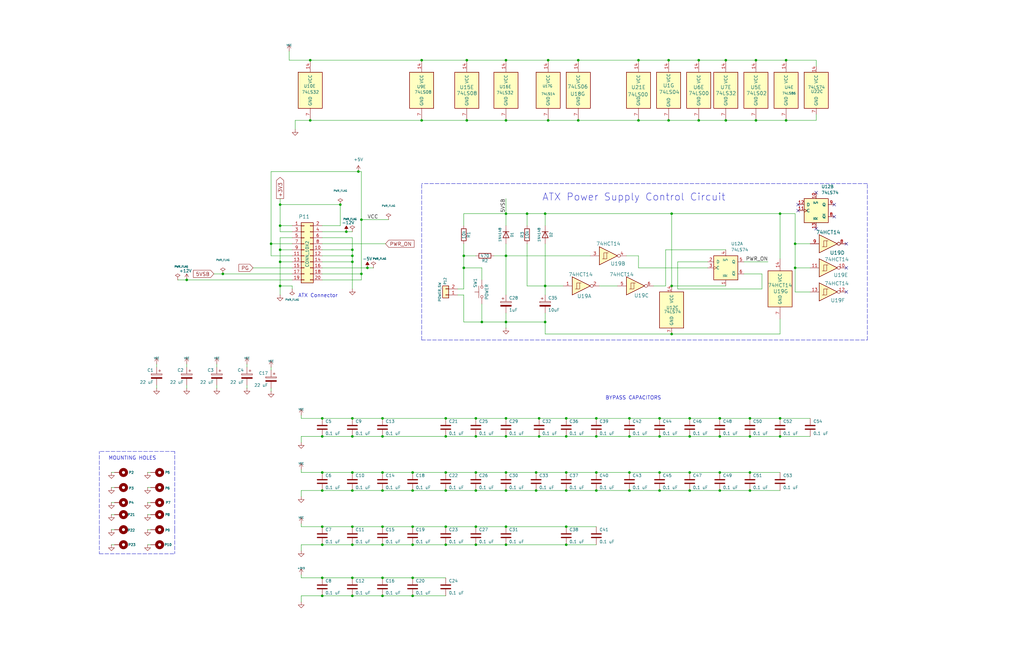
<source format=kicad_sch>
(kicad_sch (version 20231120) (generator "eeschema") (generator_version "8.0")
  (paper "B")
  (title_block (title "6809PC") (date "2025-06-20") (rev "004") (comment 1 "https://github.com/danwerner21/6809PC") (comment 2 "Based on work by Andrew Lynch and John Coffman"))
  (lib_symbols
    (symbol "74xx:74LS00" (pin_names (offset 1.016))
      (property "Reference" "U" (at 0 1.27 0))
      (property "Value" "74LS00" (at 0 -1.27 0))
      (symbol "74LS00_1_1"
        (pin input line (at -7.62 2.54 0) (length 3.81) (name "~") (number "1"))
        (pin input line (at -7.62 -2.54 0) (length 3.81) (name "~") (number "2"))
        (pin output inverted (at 7.62 0 180) (length 3.81) (name "~") (number "3"))
      )
      (symbol "74LS00_1_2"
        (pin input inverted (at -7.62 2.54 0) (length 4.318) (name "~") (number "1"))
        (pin input inverted (at -7.62 -2.54 0) (length 4.318) (name "~") (number "2"))
        (pin output line (at 7.62 0 180) (length 3.81) (name "~") (number "3"))
      )
      (symbol "74LS00_2_1"
        (pin input line (at -7.62 2.54 0) (length 3.81) (name "~") (number "4"))
        (pin input line (at -7.62 -2.54 0) (length 3.81) (name "~") (number "5"))
        (pin output inverted (at 7.62 0 180) (length 3.81) (name "~") (number "6"))
      )
      (symbol "74LS00_2_2"
        (pin input inverted (at -7.62 2.54 0) (length 4.318) (name "~") (number "4"))
        (pin input inverted (at -7.62 -2.54 0) (length 4.318) (name "~") (number "5"))
        (pin output line (at 7.62 0 180) (length 3.81) (name "~") (number "6"))
      )
      (symbol "74LS00_3_1"
        (pin input line (at -7.62 -2.54 0) (length 3.81) (name "~") (number "10"))
        (pin output inverted (at 7.62 0 180) (length 3.81) (name "~") (number "8"))
        (pin input line (at -7.62 2.54 0) (length 3.81) (name "~") (number "9"))
      )
      (symbol "74LS00_3_2"
        (pin input inverted (at -7.62 -2.54 0) (length 4.318) (name "~") (number "10"))
        (pin output line (at 7.62 0 180) (length 3.81) (name "~") (number "8"))
        (pin input inverted (at -7.62 2.54 0) (length 4.318) (name "~") (number "9"))
      )
      (symbol "74LS00_4_1"
        (pin output inverted (at 7.62 0 180) (length 3.81) (name "~") (number "11"))
        (pin input line (at -7.62 2.54 0) (length 3.81) (name "~") (number "12"))
        (pin input line (at -7.62 -2.54 0) (length 3.81) (name "~") (number "13"))
      )
      (symbol "74LS00_4_2"
        (pin output line (at 7.62 0 180) (length 3.81) (name "~") (number "11"))
        (pin input inverted (at -7.62 2.54 0) (length 4.318) (name "~") (number "12"))
        (pin input inverted (at -7.62 -2.54 0) (length 4.318) (name "~") (number "13"))
      )
      (symbol "74LS00_5_0"
        (pin power_in line (at 0 12.7 270) (length 5.08) (name "VCC") (number "14"))
        (pin power_in line (at 0 -12.7 90) (length 5.08) (name "GND") (number "7"))
      )
    )
    (symbol "74xx:74LS02" (pin_names (offset 1.016))
      (property "Reference" "U" (at 0 1.27 0))
      (property "Value" "74LS02" (at 0 -1.27 0))
      (symbol "74LS02_1_1"
        (pin output inverted (at 7.62 0 180) (length 3.81) (name "~") (number "1"))
        (pin input line (at -7.62 2.54 0) (length 4.318) (name "~") (number "2"))
        (pin input line (at -7.62 -2.54 0) (length 4.318) (name "~") (number "3"))
      )
      (symbol "74LS02_1_2"
        (pin output line (at 7.62 0 180) (length 3.81) (name "~") (number "1"))
        (pin input inverted (at -7.62 2.54 0) (length 3.81) (name "~") (number "2"))
        (pin input inverted (at -7.62 -2.54 0) (length 3.81) (name "~") (number "3"))
      )
      (symbol "74LS02_2_1"
        (pin output inverted (at 7.62 0 180) (length 3.81) (name "~") (number "4"))
        (pin input line (at -7.62 2.54 0) (length 4.318) (name "~") (number "5"))
        (pin input line (at -7.62 -2.54 0) (length 4.318) (name "~") (number "6"))
      )
      (symbol "74LS02_2_2"
        (pin output line (at 7.62 0 180) (length 3.81) (name "~") (number "4"))
        (pin input inverted (at -7.62 2.54 0) (length 3.81) (name "~") (number "5"))
        (pin input inverted (at -7.62 -2.54 0) (length 3.81) (name "~") (number "6"))
      )
      (symbol "74LS02_3_1"
        (pin output inverted (at 7.62 0 180) (length 3.81) (name "~") (number "10"))
        (pin input line (at -7.62 2.54 0) (length 4.318) (name "~") (number "8"))
        (pin input line (at -7.62 -2.54 0) (length 4.318) (name "~") (number "9"))
      )
      (symbol "74LS02_3_2"
        (pin output line (at 7.62 0 180) (length 3.81) (name "~") (number "10"))
        (pin input inverted (at -7.62 2.54 0) (length 3.81) (name "~") (number "8"))
        (pin input inverted (at -7.62 -2.54 0) (length 3.81) (name "~") (number "9"))
      )
      (symbol "74LS02_4_1"
        (pin input line (at -7.62 2.54 0) (length 4.318) (name "~") (number "11"))
        (pin input line (at -7.62 -2.54 0) (length 4.318) (name "~") (number "12"))
        (pin output inverted (at 7.62 0 180) (length 3.81) (name "~") (number "13"))
      )
      (symbol "74LS02_4_2"
        (pin input inverted (at -7.62 2.54 0) (length 3.81) (name "~") (number "11"))
        (pin input inverted (at -7.62 -2.54 0) (length 3.81) (name "~") (number "12"))
        (pin output line (at 7.62 0 180) (length 3.81) (name "~") (number "13"))
      )
      (symbol "74LS02_5_0"
        (pin power_in line (at 0 12.7 270) (length 5.08) (name "VCC") (number "14"))
        (pin power_in line (at 0 -12.7 90) (length 5.08) (name "GND") (number "7"))
      )
    )
    (symbol "74xx:74LS04"
      (property "Reference" "U" (at 0 1.27 0))
      (property "Value" "74LS04" (at 0 -1.27 0))
      (symbol "74LS04_1_0"
        (pin input line (at -7.62 0 0) (length 3.81) (name "~") (number "1"))
        (pin output inverted (at 7.62 0 180) (length 3.81) (name "~") (number "2"))
      )
      (symbol "74LS04_2_0"
        (pin input line (at -7.62 0 0) (length 3.81) (name "~") (number "3"))
        (pin output inverted (at 7.62 0 180) (length 3.81) (name "~") (number "4"))
      )
      (symbol "74LS04_3_0"
        (pin input line (at -7.62 0 0) (length 3.81) (name "~") (number "5"))
        (pin output inverted (at 7.62 0 180) (length 3.81) (name "~") (number "6"))
      )
      (symbol "74LS04_4_0"
        (pin output inverted (at 7.62 0 180) (length 3.81) (name "~") (number "8"))
        (pin input line (at -7.62 0 0) (length 3.81) (name "~") (number "9"))
      )
      (symbol "74LS04_5_0"
        (pin output inverted (at 7.62 0 180) (length 3.81) (name "~") (number "10"))
        (pin input line (at -7.62 0 0) (length 3.81) (name "~") (number "11"))
      )
      (symbol "74LS04_6_0"
        (pin output inverted (at 7.62 0 180) (length 3.81) (name "~") (number "12"))
        (pin input line (at -7.62 0 0) (length 3.81) (name "~") (number "13"))
      )
      (symbol "74LS04_7_0"
        (pin power_in line (at 0 12.7 270) (length 5.08) (name "VCC") (number "14"))
        (pin power_in line (at 0 -12.7 90) (length 5.08) (name "GND") (number "7"))
      )
    )
    (symbol "74xx:74LS06" (pin_names (offset 1.016))
      (property "Reference" "U" (at 0 1.27 0))
      (property "Value" "74LS06" (at 0 -1.27 0))
      (symbol "74LS06_1_0"
        (pin input line (at -7.62 0 0) (length 3.81) (name "~") (number "1"))
        (pin open_collector inverted (at 7.62 0 180) (length 3.81) (name "~") (number "2"))
      )
      (symbol "74LS06_2_0"
        (pin input line (at -7.62 0 0) (length 3.81) (name "~") (number "3"))
        (pin open_collector inverted (at 7.62 0 180) (length 3.81) (name "~") (number "4"))
      )
      (symbol "74LS06_3_0"
        (pin input line (at -7.62 0 0) (length 3.81) (name "~") (number "5"))
        (pin open_collector inverted (at 7.62 0 180) (length 3.81) (name "~") (number "6"))
      )
      (symbol "74LS06_4_0"
        (pin open_collector inverted (at 7.62 0 180) (length 3.81) (name "~") (number "8"))
        (pin input line (at -7.62 0 0) (length 3.81) (name "~") (number "9"))
      )
      (symbol "74LS06_5_0"
        (pin open_collector inverted (at 7.62 0 180) (length 3.81) (name "~") (number "10"))
        (pin input line (at -7.62 0 0) (length 3.81) (name "~") (number "11"))
      )
      (symbol "74LS06_6_0"
        (pin open_collector inverted (at 7.62 0 180) (length 3.81) (name "~") (number "12"))
        (pin input line (at -7.62 0 0) (length 3.81) (name "~") (number "13"))
      )
      (symbol "74LS06_7_0"
        (pin power_in line (at 0 12.7 270) (length 5.08) (name "VCC") (number "14"))
        (pin power_in line (at 0 -12.7 90) (length 5.08) (name "GND") (number "7"))
      )
    )
    (symbol "74xx:74LS08" (pin_names (offset 1.016))
      (property "Reference" "U" (at 0 1.27 0))
      (property "Value" "74LS08" (at 0 -1.27 0))
      (symbol "74LS08_1_1"
        (pin input line (at -7.62 2.54 0) (length 3.81) (name "~") (number "1"))
        (pin input line (at -7.62 -2.54 0) (length 3.81) (name "~") (number "2"))
        (pin output line (at 7.62 0 180) (length 3.81) (name "~") (number "3"))
      )
      (symbol "74LS08_1_2"
        (pin input inverted (at -7.62 2.54 0) (length 4.318) (name "~") (number "1"))
        (pin input inverted (at -7.62 -2.54 0) (length 4.318) (name "~") (number "2"))
        (pin output inverted (at 7.62 0 180) (length 3.81) (name "~") (number "3"))
      )
      (symbol "74LS08_2_1"
        (pin input line (at -7.62 2.54 0) (length 3.81) (name "~") (number "4"))
        (pin input line (at -7.62 -2.54 0) (length 3.81) (name "~") (number "5"))
        (pin output line (at 7.62 0 180) (length 3.81) (name "~") (number "6"))
      )
      (symbol "74LS08_2_2"
        (pin input inverted (at -7.62 2.54 0) (length 4.318) (name "~") (number "4"))
        (pin input inverted (at -7.62 -2.54 0) (length 4.318) (name "~") (number "5"))
        (pin output inverted (at 7.62 0 180) (length 3.81) (name "~") (number "6"))
      )
      (symbol "74LS08_3_1"
        (pin input line (at -7.62 -2.54 0) (length 3.81) (name "~") (number "10"))
        (pin output line (at 7.62 0 180) (length 3.81) (name "~") (number "8"))
        (pin input line (at -7.62 2.54 0) (length 3.81) (name "~") (number "9"))
      )
      (symbol "74LS08_3_2"
        (pin input inverted (at -7.62 -2.54 0) (length 4.318) (name "~") (number "10"))
        (pin output inverted (at 7.62 0 180) (length 3.81) (name "~") (number "8"))
        (pin input inverted (at -7.62 2.54 0) (length 4.318) (name "~") (number "9"))
      )
      (symbol "74LS08_4_1"
        (pin output line (at 7.62 0 180) (length 3.81) (name "~") (number "11"))
        (pin input line (at -7.62 2.54 0) (length 3.81) (name "~") (number "12"))
        (pin input line (at -7.62 -2.54 0) (length 3.81) (name "~") (number "13"))
      )
      (symbol "74LS08_4_2"
        (pin output inverted (at 7.62 0 180) (length 3.81) (name "~") (number "11"))
        (pin input inverted (at -7.62 2.54 0) (length 4.318) (name "~") (number "12"))
        (pin input inverted (at -7.62 -2.54 0) (length 4.318) (name "~") (number "13"))
      )
      (symbol "74LS08_5_0"
        (pin power_in line (at 0 12.7 270) (length 5.08) (name "VCC") (number "14"))
        (pin power_in line (at 0 -12.7 90) (length 5.08) (name "GND") (number "7"))
      )
    )
    (symbol "74xx:74LS14" (pin_names (offset 1.016))
      (property "Reference" "U" (at 0 1.27 0))
      (property "Value" "74LS14" (at 0 -1.27 0))
      (symbol "74LS14_1_0"
        (pin input line (at -7.62 0 0) (length 3.81) (name "~") (number "1"))
        (pin output inverted (at 7.62 0 180) (length 3.81) (name "~") (number "2"))
      )
      (symbol "74LS14_2_0"
        (pin input line (at -7.62 0 0) (length 3.81) (name "~") (number "3"))
        (pin output inverted (at 7.62 0 180) (length 3.81) (name "~") (number "4"))
      )
      (symbol "74LS14_3_0"
        (pin input line (at -7.62 0 0) (length 3.81) (name "~") (number "5"))
        (pin output inverted (at 7.62 0 180) (length 3.81) (name "~") (number "6"))
      )
      (symbol "74LS14_4_0"
        (pin output inverted (at 7.62 0 180) (length 3.81) (name "~") (number "8"))
        (pin input line (at -7.62 0 0) (length 3.81) (name "~") (number "9"))
      )
      (symbol "74LS14_5_0"
        (pin output inverted (at 7.62 0 180) (length 3.81) (name "~") (number "10"))
        (pin input line (at -7.62 0 0) (length 3.81) (name "~") (number "11"))
      )
      (symbol "74LS14_6_0"
        (pin output inverted (at 7.62 0 180) (length 3.81) (name "~") (number "12"))
        (pin input line (at -7.62 0 0) (length 3.81) (name "~") (number "13"))
      )
      (symbol "74LS14_7_0"
        (pin power_in line (at 0 12.7 270) (length 5.08) (name "VCC") (number "14"))
        (pin power_in line (at 0 -12.7 90) (length 5.08) (name "GND") (number "7"))
      )
    )
    (symbol "74xx:74LS32" (pin_names (offset 1.016))
      (property "Reference" "U" (at 0 1.27 0))
      (property "Value" "74LS32" (at 0 -1.27 0))
      (symbol "74LS32_1_1"
        (pin input line (at -7.62 2.54 0) (length 4.318) (name "~") (number "1"))
        (pin input line (at -7.62 -2.54 0) (length 4.318) (name "~") (number "2"))
        (pin output line (at 7.62 0 180) (length 3.81) (name "~") (number "3"))
      )
      (symbol "74LS32_1_2"
        (pin input inverted (at -7.62 2.54 0) (length 3.81) (name "~") (number "1"))
        (pin input inverted (at -7.62 -2.54 0) (length 3.81) (name "~") (number "2"))
        (pin output inverted (at 7.62 0 180) (length 3.81) (name "~") (number "3"))
      )
      (symbol "74LS32_2_1"
        (pin input line (at -7.62 2.54 0) (length 4.318) (name "~") (number "4"))
        (pin input line (at -7.62 -2.54 0) (length 4.318) (name "~") (number "5"))
        (pin output line (at 7.62 0 180) (length 3.81) (name "~") (number "6"))
      )
      (symbol "74LS32_2_2"
        (pin input inverted (at -7.62 2.54 0) (length 3.81) (name "~") (number "4"))
        (pin input inverted (at -7.62 -2.54 0) (length 3.81) (name "~") (number "5"))
        (pin output inverted (at 7.62 0 180) (length 3.81) (name "~") (number "6"))
      )
      (symbol "74LS32_3_1"
        (pin input line (at -7.62 -2.54 0) (length 4.318) (name "~") (number "10"))
        (pin output line (at 7.62 0 180) (length 3.81) (name "~") (number "8"))
        (pin input line (at -7.62 2.54 0) (length 4.318) (name "~") (number "9"))
      )
      (symbol "74LS32_3_2"
        (pin input inverted (at -7.62 -2.54 0) (length 3.81) (name "~") (number "10"))
        (pin output inverted (at 7.62 0 180) (length 3.81) (name "~") (number "8"))
        (pin input inverted (at -7.62 2.54 0) (length 3.81) (name "~") (number "9"))
      )
      (symbol "74LS32_4_1"
        (pin output line (at 7.62 0 180) (length 3.81) (name "~") (number "11"))
        (pin input line (at -7.62 2.54 0) (length 4.318) (name "~") (number "12"))
        (pin input line (at -7.62 -2.54 0) (length 4.318) (name "~") (number "13"))
      )
      (symbol "74LS32_4_2"
        (pin output inverted (at 7.62 0 180) (length 3.81) (name "~") (number "11"))
        (pin input inverted (at -7.62 2.54 0) (length 3.81) (name "~") (number "12"))
        (pin input inverted (at -7.62 -2.54 0) (length 3.81) (name "~") (number "13"))
      )
      (symbol "74LS32_5_0"
        (pin power_in line (at 0 12.7 270) (length 5.08) (name "VCC") (number "14"))
        (pin power_in line (at 0 -12.7 90) (length 5.08) (name "GND") (number "7"))
      )
    )
    (symbol "74xx:74LS74" (pin_names (offset 1.016))
      (property "Reference" "U" (at -7.62 8.89 0))
      (property "Value" "74LS74" (at -7.62 -8.89 0))
      (symbol "74LS74_1_0"
        (pin input line (at 0 -7.62 90) (length 2.54) (name "~{R}") (number "1"))
        (pin input line (at -7.62 2.54 0) (length 2.54) (name "D") (number "2"))
        (pin input clock (at -7.62 0 0) (length 2.54) (name "C") (number "3"))
        (pin input line (at 0 7.62 270) (length 2.54) (name "~{S}") (number "4"))
        (pin output line (at 7.62 2.54 180) (length 2.54) (name "Q") (number "5"))
        (pin output line (at 7.62 -2.54 180) (length 2.54) (name "~{Q}") (number "6"))
      )
      (symbol "74LS74_2_0"
        (pin input line (at 0 7.62 270) (length 2.54) (name "~{S}") (number "10"))
        (pin input clock (at -7.62 0 0) (length 2.54) (name "C") (number "11"))
        (pin input line (at -7.62 2.54 0) (length 2.54) (name "D") (number "12"))
        (pin input line (at 0 -7.62 90) (length 2.54) (name "~{R}") (number "13"))
        (pin output line (at 7.62 -2.54 180) (length 2.54) (name "~{Q}") (number "8"))
        (pin output line (at 7.62 2.54 180) (length 2.54) (name "Q") (number "9"))
      )
      (symbol "74LS74_3_0"
        (pin power_in line (at 0 10.16 270) (length 2.54) (name "VCC") (number "14"))
        (pin power_in line (at 0 -10.16 90) (length 2.54) (name "GND") (number "7"))
      )
    )
    (symbol "74xx:74LS86" (pin_names (offset 1.016))
      (property "Reference" "U" (at 0 1.27 0))
      (property "Value" "74LS86" (at 0 -1.27 0))
      (symbol "74LS86_1_0"
        (pin input line (at -7.62 2.54 0) (length 4.445) (name "~") (number "1"))
        (pin input line (at -7.62 -2.54 0) (length 4.445) (name "~") (number "2"))
        (pin output line (at 7.62 0 180) (length 3.81) (name "~") (number "3"))
      )
      (symbol "74LS86_2_0"
        (pin input line (at -7.62 2.54 0) (length 4.445) (name "~") (number "4"))
        (pin input line (at -7.62 -2.54 0) (length 4.445) (name "~") (number "5"))
        (pin output line (at 7.62 0 180) (length 3.81) (name "~") (number "6"))
      )
      (symbol "74LS86_3_0"
        (pin input line (at -7.62 -2.54 0) (length 4.445) (name "~") (number "10"))
        (pin output line (at 7.62 0 180) (length 3.81) (name "~") (number "8"))
        (pin input line (at -7.62 2.54 0) (length 4.445) (name "~") (number "9"))
      )
      (symbol "74LS86_4_0"
        (pin output line (at 7.62 0 180) (length 3.81) (name "~") (number "11"))
        (pin input line (at -7.62 2.54 0) (length 4.445) (name "~") (number "12"))
        (pin input line (at -7.62 -2.54 0) (length 4.445) (name "~") (number "13"))
      )
      (symbol "74LS86_5_0"
        (pin power_in line (at 0 12.7 270) (length 5.08) (name "VCC") (number "14"))
        (pin power_in line (at 0 -12.7 90) (length 5.08) (name "GND") (number "7"))
      )
    )
    (symbol "Connector_Generic:Conn_01x02" (pin_names (offset 1.016) hide)
      (property "Reference" "J" (at 0 2.54 0))
      (property "Value" "Conn_01x02" (at 0 -5.08 0))
      (symbol "Conn_01x02_1_1"
        (pin passive line (at -5.08 0 0) (length 3.81) (name "Pin_1") (number "1"))
        (pin passive line (at -5.08 -2.54 0) (length 3.81) (name "Pin_2") (number "2"))
      )
    )
    (symbol "Connector_Generic:Conn_02x10_Odd_Even" (pin_names (offset 1.016) hide)
      (property "Reference" "J" (at 1.27 12.7 0))
      (property "Value" "Conn_02x10_Odd_Even" (at 1.27 -15.24 0))
      (symbol "Conn_02x10_Odd_Even_1_1"
        (pin passive line (at -5.08 10.16 0) (length 3.81) (name "Pin_1") (number "1"))
        (pin passive line (at 7.62 0 180) (length 3.81) (name "Pin_10") (number "10"))
        (pin passive line (at -5.08 -2.54 0) (length 3.81) (name "Pin_11") (number "11"))
        (pin passive line (at 7.62 -2.54 180) (length 3.81) (name "Pin_12") (number "12"))
        (pin passive line (at -5.08 -5.08 0) (length 3.81) (name "Pin_13") (number "13"))
        (pin passive line (at 7.62 -5.08 180) (length 3.81) (name "Pin_14") (number "14"))
        (pin passive line (at -5.08 -7.62 0) (length 3.81) (name "Pin_15") (number "15"))
        (pin passive line (at 7.62 -7.62 180) (length 3.81) (name "Pin_16") (number "16"))
        (pin passive line (at -5.08 -10.16 0) (length 3.81) (name "Pin_17") (number "17"))
        (pin passive line (at 7.62 -10.16 180) (length 3.81) (name "Pin_18") (number "18"))
        (pin passive line (at -5.08 -12.7 0) (length 3.81) (name "Pin_19") (number "19"))
        (pin passive line (at 7.62 10.16 180) (length 3.81) (name "Pin_2") (number "2"))
        (pin passive line (at 7.62 -12.7 180) (length 3.81) (name "Pin_20") (number "20"))
        (pin passive line (at -5.08 7.62 0) (length 3.81) (name "Pin_3") (number "3"))
        (pin passive line (at 7.62 7.62 180) (length 3.81) (name "Pin_4") (number "4"))
        (pin passive line (at -5.08 5.08 0) (length 3.81) (name "Pin_5") (number "5"))
        (pin passive line (at 7.62 5.08 180) (length 3.81) (name "Pin_6") (number "6"))
        (pin passive line (at -5.08 2.54 0) (length 3.81) (name "Pin_7") (number "7"))
        (pin passive line (at 7.62 2.54 180) (length 3.81) (name "Pin_8") (number "8"))
        (pin passive line (at -5.08 0 0) (length 3.81) (name "Pin_9") (number "9"))
      )
    )
    (symbol "Device:C" (pin_numbers hide) (pin_names (offset 0.254))
      (property "Reference" "C" (at 0.635 2.54 0))
      (property "Value" "C" (at 0.635 -2.54 0))
      (symbol "C_1_1"
        (pin passive line (at 0 3.81 270) (length 2.794) (name "~") (number "1"))
        (pin passive line (at 0 -3.81 90) (length 2.794) (name "~") (number "2"))
      )
    )
    (symbol "Device:C_Polarized" (pin_numbers hide) (pin_names (offset 0.254))
      (property "Reference" "C" (at 0.635 2.54 0))
      (property "Value" "C_Polarized" (at 0.635 -2.54 0))
      (symbol "C_Polarized_1_1"
        (pin passive line (at 0 3.81 270) (length 2.794) (name "~") (number "1"))
        (pin passive line (at 0 -3.81 90) (length 2.794) (name "~") (number "2"))
      )
    )
    (symbol "Device:D" (pin_numbers hide) (pin_names (offset 1.016) hide)
      (property "Reference" "D" (at 0 2.54 0))
      (property "Value" "D" (at 0 -2.54 0))
      (symbol "D_1_1"
        (pin passive line (at -3.81 0 0) (length 2.54) (name "K") (number "1"))
        (pin passive line (at 3.81 0 180) (length 2.54) (name "A") (number "2"))
      )
    )
    (symbol "Device:R" (pin_numbers hide) (pin_names (offset 0))
      (property "Reference" "R" (at 2.032 0 90))
      (property "Value" "R" (at 0 0 90))
      (symbol "R_1_1"
        (pin passive line (at 0 3.81 270) (length 1.27) (name "~") (number "1"))
        (pin passive line (at 0 -3.81 90) (length 1.27) (name "~") (number "2"))
      )
    )
    (symbol "Mechanical:MountingHole_Pad" (pin_numbers hide) (pin_names (offset 1.016) hide) (exclude_from_sim yes) (in_bom no)
      (property "Reference" "H" (at 0 6.35 0))
      (property "Value" "MountingHole_Pad" (at 0 4.445 0))
      (symbol "MountingHole_Pad_1_1"
        (pin input line (at 0 -2.54 90) (length 2.54) (name "1") (number "1"))
      )
    )
    (symbol "Switch:SW_Push" (pin_numbers hide) (pin_names (offset 1.016) hide)
      (property "Reference" "SW" (at 1.27 2.54 0))
      (property "Value" "SW_Push" (at 0 -1.524 0))
      (symbol "SW_Push_0_1"
        (pin passive line (at -5.08 0 0) (length 2.54) (name "1") (number "1"))
        (pin passive line (at 5.08 0 180) (length 2.54) (name "2") (number "2"))
      )
    )
    (symbol "power:+12V" (power) (pin_numbers hide) (pin_names (offset 0) hide)
      (property "Value" "+12V" (at 0 3.556 0))
      (symbol "+12V_1_1"
        (pin power_in line (at 0 0 90) (length 0) (name "~") (number "1"))
      )
    )
    (symbol "power:+5V" (power) (pin_numbers hide) (pin_names (offset 0) hide)
      (property "Value" "+5V" (at 0 3.556 0))
      (symbol "+5V_1_1"
        (pin power_in line (at 0 0 90) (length 0) (name "~") (number "1"))
      )
    )
    (symbol "power:-12V" (power) (pin_numbers hide) (pin_names (offset 0) hide)
      (property "Value" "-12V" (at 0 3.556 0))
      (symbol "-12V_0_0"
        (pin power_in line (at 0 0 90) (length 0) (name "~") (number "1"))
      )
    )
    (symbol "power:-5V" (power) (pin_numbers hide) (pin_names (offset 0) hide)
      (property "Value" "-5V" (at 0 3.556 0))
      (symbol "-5V_0_0"
        (pin power_in line (at 0 0 90) (length 0) (name "~") (number "1"))
      )
    )
    (symbol "power:GND" (power) (pin_numbers hide) (pin_names (offset 0) hide)
      (property "Value" "GND" (at 0 -3.81 0))
      (symbol "GND_1_1"
        (pin power_in line (at 0 0 270) (length 0) (name "~") (number "1"))
      )
    )
    (symbol "power:PWR_FLAG" (power) (pin_numbers hide) (pin_names (offset 0) hide)
      (property "Value" "PWR_FLAG" (at 0 3.81 0))
      (symbol "PWR_FLAG_0_0"
        (pin power_out line (at 0 0 90) (length 0) (name "~") (number "1"))
      )
    )
    (symbol "power:VCC" (power) (pin_numbers hide) (pin_names (offset 0) hide)
      (property "Value" "VCC" (at 0 3.556 0))
      (symbol "VCC_1_1"
        (pin power_in line (at 0 0 90) (length 0) (name "~") (number "1"))
      )
    )
    (symbol "power:VDD" (power) (pin_numbers hide) (pin_names (offset 0) hide)
      (property "Value" "VDD" (at 0 3.556 0))
      (symbol "VDD_1_1"
        (pin power_in line (at 0 0 90) (length 0) (name "~") (number "1"))
      )
    )
  )
  (junction (at 226.06 207.01))
  (junction (at 290.83 207.01))
  (junction (at 335.28 102.87))
  (junction (at 238.76 176.53))
  (junction (at 148.59 207.01))
  (junction (at 213.36 184.15))
  (junction (at 152.4 115.57))
  (junction (at 151.13 72.39))
  (junction (at 238.76 222.25))
  (junction (at 283.21 140.97))
  (junction (at 130.81 50.8))
  (junction (at 328.93 176.53))
  (junction (at 283.21 90.17))
  (junction (at 148.59 110.49))
  (junction (at 161.29 184.15))
  (junction (at 200.66 176.53))
  (junction (at 316.23 207.01))
  (junction (at 135.89 184.15))
  (junction (at 265.43 176.53))
  (junction (at 251.46 176.53))
  (junction (at 278.13 207.01))
  (junction (at 278.13 176.53))
  (junction (at 316.23 184.15))
  (junction (at 135.89 243.84))
  (junction (at 229.87 120.65))
  (junction (at 78.74 118.11))
  (junction (at 231.14 25.4))
  (junction (at 200.66 207.01))
  (junction (at 306.07 25.4))
  (junction (at 148.59 243.84))
  (junction (at 213.36 50.8))
  (junction (at 283.21 120.65))
  (junction (at 173.99 207.01))
  (junction (at 213.36 90.17))
  (junction (at 203.2 135.89))
  (junction (at 173.99 229.87))
  (junction (at 200.66 184.15))
  (junction (at 269.24 25.4))
  (junction (at 187.96 207.01))
  (junction (at 161.29 207.01))
  (junction (at 196.85 50.8))
  (junction (at 335.28 113.03))
  (junction (at 161.29 243.84))
  (junction (at 227.33 176.53))
  (junction (at 229.87 135.89))
  (junction (at 130.81 25.4))
  (junction (at 177.8 50.8))
  (junction (at 238.76 207.01))
  (junction (at 278.13 199.39))
  (junction (at 303.53 176.53))
  (junction (at 93.98 115.57))
  (junction (at 148.59 222.25))
  (junction (at 118.11 110.49))
  (junction (at 187.96 176.53))
  (junction (at 303.53 199.39))
  (junction (at 148.59 199.39))
  (junction (at 173.99 243.84))
  (junction (at 135.89 176.53))
  (junction (at 118.11 86.36))
  (junction (at 196.85 25.4))
  (junction (at 243.84 50.8))
  (junction (at 290.83 199.39))
  (junction (at 265.43 207.01))
  (junction (at 238.76 229.87))
  (junction (at 251.46 199.39))
  (junction (at 161.29 176.53))
  (junction (at 227.33 184.15))
  (junction (at 231.14 50.8))
  (junction (at 200.66 222.25))
  (junction (at 238.76 199.39))
  (junction (at 173.99 199.39))
  (junction (at 294.64 25.4))
  (junction (at 226.06 199.39))
  (junction (at 118.11 105.41))
  (junction (at 316.23 199.39))
  (junction (at 118.11 120.65))
  (junction (at 281.94 25.4))
  (junction (at 328.93 184.15))
  (junction (at 173.99 251.46))
  (junction (at 331.47 25.4))
  (junction (at 187.96 199.39))
  (junction (at 213.36 207.01))
  (junction (at 148.59 176.53))
  (junction (at 143.51 86.36))
  (junction (at 318.77 50.8))
  (junction (at 222.25 90.17))
  (junction (at 187.96 184.15))
  (junction (at 251.46 207.01))
  (junction (at 152.4 92.71))
  (junction (at 161.29 229.87))
  (junction (at 243.84 25.4))
  (junction (at 148.59 184.15))
  (junction (at 318.77 25.4))
  (junction (at 200.66 229.87))
  (junction (at 135.89 251.46))
  (junction (at 265.43 199.39))
  (junction (at 213.36 135.89))
  (junction (at 213.36 176.53))
  (junction (at 290.83 184.15))
  (junction (at 146.05 97.79))
  (junction (at 200.66 199.39))
  (junction (at 213.36 199.39))
  (junction (at 148.59 107.95))
  (junction (at 303.53 207.01))
  (junction (at 161.29 251.46))
  (junction (at 290.83 176.53))
  (junction (at 195.58 113.03))
  (junction (at 148.59 105.41))
  (junction (at 213.36 107.95))
  (junction (at 118.11 95.25))
  (junction (at 161.29 199.39))
  (junction (at 187.96 229.87))
  (junction (at 135.89 222.25))
  (junction (at 269.24 50.8))
  (junction (at 265.43 184.15))
  (junction (at 148.59 229.87))
  (junction (at 213.36 229.87))
  (junction (at 238.76 184.15))
  (junction (at 135.89 229.87))
  (junction (at 114.3 102.87))
  (junction (at 306.07 50.8))
  (junction (at 135.89 207.01))
  (junction (at 316.23 176.53))
  (junction (at 328.93 90.17))
  (junction (at 135.89 199.39))
  (junction (at 148.59 251.46))
  (junction (at 195.58 107.95))
  (junction (at 187.96 222.25))
  (junction (at 229.87 90.17))
  (junction (at 303.53 184.15))
  (junction (at 154.94 113.03))
  (junction (at 278.13 184.15))
  (junction (at 173.99 222.25))
  (junction (at 213.36 222.25))
  (junction (at 177.8 25.4))
  (junction (at 161.29 222.25))
  (junction (at 281.94 50.8))
  (junction (at 251.46 184.15))
  (junction (at 331.47 50.8))
  (junction (at 294.64 50.8))
  (junction (at 213.36 25.4))
  (no_connect (at 356.87 102.87))
  (no_connect (at 336.55 86.36))
  (no_connect (at 356.87 113.03))
  (no_connect (at 336.55 88.9))
  (no_connect (at 351.79 91.44))
  (no_connect (at 344.17 81.28))
  (no_connect (at 351.79 86.36))
  (no_connect (at 356.87 123.19))
  (no_connect (at 344.17 96.52))
  (wire (pts (xy 213.36 90.17) (xy 213.36 95.25)))
  (wire (pts (xy 344.17 50.8) (xy 331.47 50.8)))
  (wire (pts (xy 148.59 184.15) (xy 161.29 184.15)))
  (polyline (pts (xy 365.76 143.51) (xy 365.76 77.47)) (stroke (width 0) (type dash)))
  (wire (pts (xy 127 207.01) (xy 135.89 207.01)))
  (wire (pts (xy 135.89 222.25) (xy 148.59 222.25)))
  (wire (pts (xy 118.11 120.65) (xy 118.11 110.49)))
  (wire (pts (xy 213.36 90.17) (xy 222.25 90.17)))
  (wire (pts (xy 118.11 100.33) (xy 123.19 100.33)))
  (wire (pts (xy 177.8 50.8) (xy 196.85 50.8)))
  (wire (pts (xy 114.3 102.87) (xy 123.19 102.87)))
  (wire (pts (xy 195.58 113.03) (xy 203.2 113.03)))
  (wire (pts (xy 173.99 243.84) (xy 187.96 243.84)))
  (wire (pts (xy 152.4 118.11) (xy 152.4 115.57)))
  (wire (pts (xy 195.58 113.03) (xy 195.58 121.92)))
  (wire (pts (xy 143.51 86.36) (xy 118.11 86.36)))
  (wire (pts (xy 213.36 207.01) (xy 226.06 207.01)))
  (wire (pts (xy 135.89 107.95) (xy 148.59 107.95)))
  (wire (pts (xy 306.07 105.41) (xy 280.67 105.41)))
  (wire (pts (xy 161.29 199.39) (xy 173.99 199.39)))
  (wire (pts (xy 187.96 229.87) (xy 200.66 229.87)))
  (wire (pts (xy 306.07 25.4) (xy 294.64 25.4)))
  (wire (pts (xy 203.2 128.27) (xy 203.2 135.89)))
  (wire (pts (xy 283.21 90.17) (xy 283.21 120.65)))
  (wire (pts (xy 148.59 243.84) (xy 161.29 243.84)))
  (wire (pts (xy 118.11 97.79) (xy 123.19 97.79)))
  (wire (pts (xy 316.23 199.39) (xy 328.93 199.39)))
  (wire (pts (xy 251.46 176.53) (xy 265.43 176.53)))
  (wire (pts (xy 229.87 90.17) (xy 283.21 90.17)))
  (wire (pts (xy 66.04 153.67) (xy 66.04 154.94)))
  (polyline (pts (xy 73.66 190.5) (xy 41.91 190.5)) (stroke (width 0) (type dash)))
  (wire (pts (xy 290.83 199.39) (xy 303.53 199.39)))
  (wire (pts (xy 78.74 162.56) (xy 78.74 163.83)))
  (wire (pts (xy 278.13 184.15) (xy 290.83 184.15)))
  (wire (pts (xy 118.11 95.25) (xy 118.11 97.79)))
  (wire (pts (xy 316.23 176.53) (xy 328.93 176.53)))
  (wire (pts (xy 104.14 162.56) (xy 104.14 163.83)))
  (wire (pts (xy 90.17 115.57) (xy 93.98 115.57)))
  (wire (pts (xy 213.36 132.08) (xy 213.36 135.89)))
  (wire (pts (xy 187.96 199.39) (xy 200.66 199.39)))
  (wire (pts (xy 74.93 118.11) (xy 78.74 118.11)))
  (polyline (pts (xy 41.91 223.52) (xy 41.91 190.5)) (stroke (width 0) (type dash)))
  (wire (pts (xy 187.96 184.15) (xy 200.66 184.15)))
  (wire (pts (xy 148.59 107.95) (xy 148.59 105.41)))
  (wire (pts (xy 118.11 86.36) (xy 118.11 95.25)))
  (wire (pts (xy 195.58 102.87) (xy 195.58 107.95)))
  (wire (pts (xy 208.28 107.95) (xy 213.36 107.95)))
  (wire (pts (xy 135.89 251.46) (xy 148.59 251.46)))
  (wire (pts (xy 127 251.46) (xy 135.89 251.46)))
  (wire (pts (xy 46.99 199.39) (xy 48.26 199.39)))
  (wire (pts (xy 118.11 83.82) (xy 118.11 86.36)))
  (wire (pts (xy 135.89 95.25) (xy 143.51 95.25)))
  (wire (pts (xy 173.99 222.25) (xy 187.96 222.25)))
  (wire (pts (xy 243.84 25.4) (xy 269.24 25.4)))
  (wire (pts (xy 200.66 207.01) (xy 213.36 207.01)))
  (wire (pts (xy 306.07 50.8) (xy 294.64 50.8)))
  (wire (pts (xy 318.77 50.8) (xy 306.07 50.8)))
  (wire (pts (xy 161.29 251.46) (xy 173.99 251.46)))
  (wire (pts (xy 91.44 153.67) (xy 91.44 154.94)))
  (wire (pts (xy 195.58 90.17) (xy 213.36 90.17)))
  (wire (pts (xy 127 199.39) (xy 135.89 199.39)))
  (wire (pts (xy 127 242.57) (xy 127 243.84)))
  (wire (pts (xy 130.81 50.8) (xy 177.8 50.8)))
  (wire (pts (xy 173.99 199.39) (xy 187.96 199.39)))
  (wire (pts (xy 335.28 113.03) (xy 335.28 123.19)))
  (wire (pts (xy 118.11 110.49) (xy 123.19 110.49)))
  (wire (pts (xy 130.81 25.4) (xy 177.8 25.4)))
  (wire (pts (xy 78.74 153.67) (xy 78.74 154.94)))
  (wire (pts (xy 203.2 113.03) (xy 203.2 118.11)))
  (wire (pts (xy 118.11 105.41) (xy 118.11 100.33)))
  (wire (pts (xy 290.83 207.01) (xy 303.53 207.01)))
  (wire (pts (xy 196.85 25.4) (xy 213.36 25.4)))
  (wire (pts (xy 243.84 50.8) (xy 269.24 50.8)))
  (wire (pts (xy 135.89 105.41) (xy 148.59 105.41)))
  (wire (pts (xy 200.66 229.87) (xy 213.36 229.87)))
  (wire (pts (xy 269.24 113.03) (xy 269.24 107.95)))
  (wire (pts (xy 344.17 25.4) (xy 344.17 27.94)))
  (wire (pts (xy 213.36 222.25) (xy 238.76 222.25)))
  (wire (pts (xy 121.92 21.59) (xy 121.92 25.4)))
  (wire (pts (xy 148.59 251.46) (xy 161.29 251.46)))
  (wire (pts (xy 152.4 72.39) (xy 152.4 92.71)))
  (wire (pts (xy 148.59 121.92) (xy 148.59 110.49)))
  (wire (pts (xy 62.23 205.74) (xy 63.5 205.74)))
  (wire (pts (xy 195.58 107.95) (xy 200.66 107.95)))
  (wire (pts (xy 344.17 48.26) (xy 344.17 50.8)))
  (wire (pts (xy 264.16 107.95) (xy 269.24 107.95)))
  (wire (pts (xy 193.04 124.46) (xy 195.58 124.46)))
  (wire (pts (xy 316.23 184.15) (xy 328.93 184.15)))
  (wire (pts (xy 285.75 121.92) (xy 321.31 121.92)))
  (wire (pts (xy 62.23 212.09) (xy 63.5 212.09)))
  (wire (pts (xy 285.75 121.92) (xy 285.75 110.49)))
  (wire (pts (xy 238.76 207.01) (xy 251.46 207.01)))
  (wire (pts (xy 213.36 50.8) (xy 231.14 50.8)))
  (wire (pts (xy 269.24 113.03) (xy 298.45 113.03)))
  (wire (pts (xy 114.3 163.83) (xy 114.3 165.1)))
  (wire (pts (xy 123.19 95.25) (xy 118.11 95.25)))
  (wire (pts (xy 114.3 154.94) (xy 114.3 156.21)))
  (wire (pts (xy 227.33 184.15) (xy 238.76 184.15)))
  (wire (pts (xy 251.46 199.39) (xy 265.43 199.39)))
  (wire (pts (xy 306.07 120.65) (xy 283.21 120.65)))
  (wire (pts (xy 161.29 243.84) (xy 173.99 243.84)))
  (wire (pts (xy 135.89 118.11) (xy 152.4 118.11)))
  (wire (pts (xy 328.93 140.97) (xy 283.21 140.97)))
  (wire (pts (xy 114.3 107.95) (xy 114.3 102.87)))
  (wire (pts (xy 93.98 115.57) (xy 123.19 115.57)))
  (wire (pts (xy 213.36 135.89) (xy 213.36 138.43)))
  (wire (pts (xy 195.58 124.46) (xy 195.58 135.89)))
  (wire (pts (xy 275.59 120.65) (xy 280.67 120.65)))
  (wire (pts (xy 177.8 25.4) (xy 196.85 25.4)))
  (polyline (pts (xy 177.8 143.51) (xy 365.76 143.51)) (stroke (width 0) (type dash)))
  (wire (pts (xy 335.28 102.87) (xy 335.28 113.03)))
  (wire (pts (xy 173.99 229.87) (xy 187.96 229.87)))
  (wire (pts (xy 195.58 90.17) (xy 195.58 95.25)))
  (wire (pts (xy 243.84 25.4) (xy 231.14 25.4)))
  (wire (pts (xy 328.93 90.17) (xy 328.93 109.22)))
  (wire (pts (xy 278.13 207.01) (xy 290.83 207.01)))
  (wire (pts (xy 281.94 25.4) (xy 269.24 25.4)))
  (wire (pts (xy 123.19 120.65) (xy 123.19 121.92)))
  (wire (pts (xy 251.46 207.01) (xy 265.43 207.01)))
  (wire (pts (xy 161.29 229.87) (xy 173.99 229.87)))
  (wire (pts (xy 344.17 25.4) (xy 331.47 25.4)))
  (wire (pts (xy 331.47 25.4) (xy 318.77 25.4)))
  (wire (pts (xy 78.74 118.11) (xy 123.19 118.11)))
  (wire (pts (xy 229.87 140.97) (xy 229.87 135.89)))
  (wire (pts (xy 127 222.25) (xy 135.89 222.25)))
  (wire (pts (xy 196.85 50.8) (xy 213.36 50.8)))
  (wire (pts (xy 200.66 184.15) (xy 213.36 184.15)))
  (wire (pts (xy 321.31 115.57) (xy 313.69 115.57)))
  (wire (pts (xy 127 207.01) (xy 127 209.55)))
  (wire (pts (xy 229.87 135.89) (xy 213.36 135.89)))
  (wire (pts (xy 148.59 229.87) (xy 161.29 229.87)))
  (wire (pts (xy 130.81 25.4) (xy 121.92 25.4)))
  (polyline (pts (xy 365.76 77.47) (xy 177.8 77.47)) (stroke (width 0) (type dash)))
  (wire (pts (xy 66.04 162.56) (xy 66.04 163.83)))
  (wire (pts (xy 124.46 50.8) (xy 124.46 54.61)))
  (wire (pts (xy 229.87 120.65) (xy 237.49 120.65)))
  (wire (pts (xy 243.84 50.8) (xy 231.14 50.8)))
  (wire (pts (xy 222.25 90.17) (xy 222.25 95.25)))
  (wire (pts (xy 290.83 184.15) (xy 303.53 184.15)))
  (wire (pts (xy 104.14 153.67) (xy 104.14 154.94)))
  (wire (pts (xy 278.13 176.53) (xy 290.83 176.53)))
  (wire (pts (xy 127 176.53) (xy 135.89 176.53)))
  (wire (pts (xy 226.06 199.39) (xy 238.76 199.39)))
  (wire (pts (xy 238.76 222.25) (xy 251.46 222.25)))
  (wire (pts (xy 331.47 50.8) (xy 318.77 50.8)))
  (wire (pts (xy 229.87 120.65) (xy 229.87 124.46)))
  (wire (pts (xy 114.3 72.39) (xy 151.13 72.39)))
  (wire (pts (xy 229.87 132.08) (xy 229.87 135.89)))
  (wire (pts (xy 143.51 95.25) (xy 143.51 86.36)))
  (wire (pts (xy 265.43 199.39) (xy 278.13 199.39)))
  (wire (pts (xy 127 198.12) (xy 127 199.39)))
  (wire (pts (xy 313.69 110.49) (xy 323.85 110.49)))
  (wire (pts (xy 265.43 184.15) (xy 278.13 184.15)))
  (wire (pts (xy 229.87 102.87) (xy 229.87 120.65)))
  (wire (pts (xy 187.96 222.25) (xy 200.66 222.25)))
  (wire (pts (xy 335.28 113.03) (xy 341.63 113.03)))
  (wire (pts (xy 135.89 184.15) (xy 148.59 184.15)))
  (wire (pts (xy 135.89 207.01) (xy 148.59 207.01)))
  (wire (pts (xy 152.4 115.57) (xy 152.4 92.71)))
  (wire (pts (xy 213.36 199.39) (xy 226.06 199.39)))
  (wire (pts (xy 213.36 25.4) (xy 231.14 25.4)))
  (wire (pts (xy 127 184.15) (xy 127 186.69)))
  (wire (pts (xy 127 184.15) (xy 135.89 184.15)))
  (wire (pts (xy 123.19 113.03) (xy 106.68 113.03)))
  (wire (pts (xy 46.99 223.52) (xy 48.26 223.52)))
  (wire (pts (xy 238.76 184.15) (xy 251.46 184.15)))
  (wire (pts (xy 148.59 110.49) (xy 148.59 107.95)))
  (wire (pts (xy 265.43 207.01) (xy 278.13 207.01)))
  (wire (pts (xy 294.64 25.4) (xy 281.94 25.4)))
  (wire (pts (xy 62.23 229.87) (xy 63.5 229.87)))
  (wire (pts (xy 127 175.26) (xy 127 176.53)))
  (wire (pts (xy 148.59 176.53) (xy 161.29 176.53)))
  (wire (pts (xy 328.93 176.53) (xy 341.63 176.53)))
  (wire (pts (xy 135.89 113.03) (xy 154.94 113.03)))
  (polyline (pts (xy 177.8 143.51) (xy 177.8 77.47)) (stroke (width 0) (type dash)))
  (wire (pts (xy 135.89 115.57) (xy 152.4 115.57)))
  (wire (pts (xy 130.81 50.8) (xy 124.46 50.8)))
  (wire (pts (xy 328.93 90.17) (xy 335.28 90.17)))
  (wire (pts (xy 151.13 72.39) (xy 152.4 72.39)))
  (wire (pts (xy 161.29 176.53) (xy 187.96 176.53)))
  (wire (pts (xy 335.28 90.17) (xy 335.28 102.87)))
  (wire (pts (xy 154.94 113.03) (xy 157.48 113.03)))
  (wire (pts (xy 335.28 102.87) (xy 341.63 102.87)))
  (wire (pts (xy 135.89 100.33) (xy 148.59 100.33)))
  (wire (pts (xy 238.76 199.39) (xy 251.46 199.39)))
  (wire (pts (xy 127 243.84) (xy 135.89 243.84)))
  (wire (pts (xy 278.13 199.39) (xy 290.83 199.39)))
  (wire (pts (xy 148.59 199.39) (xy 161.29 199.39)))
  (wire (pts (xy 203.2 135.89) (xy 195.58 135.89)))
  (wire (pts (xy 303.53 207.01) (xy 316.23 207.01)))
  (wire (pts (xy 213.36 135.89) (xy 203.2 135.89)))
  (wire (pts (xy 229.87 90.17) (xy 229.87 95.25)))
  (wire (pts (xy 173.99 251.46) (xy 187.96 251.46)))
  (wire (pts (xy 187.96 176.53) (xy 200.66 176.53)))
  (wire (pts (xy 318.77 25.4) (xy 306.07 25.4)))
  (wire (pts (xy 303.53 199.39) (xy 316.23 199.39)))
  (wire (pts (xy 62.23 199.39) (xy 63.5 199.39)))
  (wire (pts (xy 127 229.87) (xy 127 232.41)))
  (wire (pts (xy 148.59 222.25) (xy 161.29 222.25)))
  (wire (pts (xy 328.93 134.62) (xy 328.93 140.97)))
  (wire (pts (xy 161.29 222.25) (xy 173.99 222.25)))
  (wire (pts (xy 148.59 105.41) (xy 148.59 100.33)))
  (wire (pts (xy 152.4 92.71) (xy 163.83 92.71)))
  (wire (pts (xy 213.36 83.82) (xy 213.36 90.17)))
  (wire (pts (xy 213.36 107.95) (xy 213.36 124.46)))
  (wire (pts (xy 281.94 50.8) (xy 269.24 50.8)))
  (wire (pts (xy 146.05 97.79) (xy 148.59 97.79)))
  (wire (pts (xy 127 251.46) (xy 127 254)))
  (wire (pts (xy 46.99 229.87) (xy 48.26 229.87)))
  (wire (pts (xy 127 220.98) (xy 127 222.25)))
  (polyline (pts (xy 73.66 223.52) (xy 73.66 233.68)) (stroke (width 0) (type dash)))
  (wire (pts (xy 148.59 207.01) (xy 161.29 207.01)))
  (wire (pts (xy 226.06 207.01) (xy 238.76 207.01)))
  (wire (pts (xy 283.21 140.97) (xy 229.87 140.97)))
  (wire (pts (xy 290.83 176.53) (xy 303.53 176.53)))
  (wire (pts (xy 251.46 184.15) (xy 265.43 184.15)))
  (wire (pts (xy 135.89 229.87) (xy 148.59 229.87)))
  (wire (pts (xy 135.89 176.53) (xy 148.59 176.53)))
  (wire (pts (xy 118.11 120.65) (xy 123.19 120.65)))
  (wire (pts (xy 161.29 207.01) (xy 173.99 207.01)))
  (wire (pts (xy 135.89 243.84) (xy 148.59 243.84)))
  (wire (pts (xy 285.75 110.49) (xy 298.45 110.49)))
  (wire (pts (xy 222.25 102.87) (xy 222.25 120.65)))
  (wire (pts (xy 303.53 184.15) (xy 316.23 184.15)))
  (wire (pts (xy 280.67 105.41) (xy 280.67 120.65)))
  (wire (pts (xy 238.76 176.53) (xy 251.46 176.53)))
  (wire (pts (xy 200.66 222.25) (xy 213.36 222.25)))
  (wire (pts (xy 123.19 107.95) (xy 114.3 107.95)))
  (polyline (pts (xy 41.91 233.68) (xy 73.66 233.68)) (stroke (width 0) (type dash)))
  (wire (pts (xy 238.76 229.87) (xy 251.46 229.87)))
  (wire (pts (xy 213.36 176.53) (xy 227.33 176.53)))
  (wire (pts (xy 294.64 50.8) (xy 281.94 50.8)))
  (wire (pts (xy 118.11 110.49) (xy 118.11 105.41)))
  (wire (pts (xy 195.58 107.95) (xy 195.58 113.03)))
  (wire (pts (xy 316.23 207.01) (xy 328.93 207.01)))
  (wire (pts (xy 46.99 212.09) (xy 48.26 212.09)))
  (wire (pts (xy 91.44 162.56) (xy 91.44 163.83)))
  (wire (pts (xy 118.11 124.46) (xy 118.11 120.65)))
  (wire (pts (xy 127 229.87) (xy 135.89 229.87)))
  (wire (pts (xy 200.66 199.39) (xy 213.36 199.39)))
  (polyline (pts (xy 41.91 223.52) (xy 41.91 233.68)) (stroke (width 0) (type dash)))
  (wire (pts (xy 173.99 207.01) (xy 187.96 207.01)))
  (wire (pts (xy 222.25 120.65) (xy 229.87 120.65)))
  (wire (pts (xy 222.25 90.17) (xy 229.87 90.17)))
  (wire (pts (xy 213.36 184.15) (xy 227.33 184.15)))
  (wire (pts (xy 335.28 123.19) (xy 341.63 123.19)))
  (wire (pts (xy 321.31 115.57) (xy 321.31 121.92)))
  (wire (pts (xy 46.99 217.17) (xy 48.26 217.17)))
  (wire (pts (xy 213.36 229.87) (xy 238.76 229.87)))
  (wire (pts (xy 187.96 207.01) (xy 200.66 207.01)))
  (wire (pts (xy 161.29 184.15) (xy 187.96 184.15)))
  (wire (pts (xy 135.89 102.87) (xy 162.56 102.87)))
  (wire (pts (xy 135.89 97.79) (xy 146.05 97.79)))
  (wire (pts (xy 114.3 72.39) (xy 114.3 102.87)))
  (wire (pts (xy 135.89 199.39) (xy 148.59 199.39)))
  (wire (pts (xy 135.89 110.49) (xy 148.59 110.49)))
  (wire (pts (xy 213.36 102.87) (xy 213.36 107.95)))
  (wire (pts (xy 62.23 223.52) (xy 63.5 223.52)))
  (wire (pts (xy 265.43 176.53) (xy 278.13 176.53)))
  (wire (pts (xy 252.73 120.65) (xy 260.35 120.65)))
  (wire (pts (xy 118.11 105.41) (xy 123.19 105.41)))
  (polyline (pts (xy 73.66 223.52) (xy 73.66 190.5)) (stroke (width 0) (type dash)))
  (wire (pts (xy 46.99 205.74) (xy 48.26 205.74)))
  (wire (pts (xy 200.66 176.53) (xy 213.36 176.53)))
  (wire (pts (xy 193.04 121.92) (xy 195.58 121.92)))
  (wire (pts (xy 227.33 176.53) (xy 238.76 176.53)))
  (wire (pts (xy 303.53 176.53) (xy 316.23 176.53)))
  (wire (pts (xy 62.23 217.17) (xy 63.5 217.17)))
  (wire (pts (xy 213.36 107.95) (xy 248.92 107.95)))
  (wire (pts (xy 283.21 90.17) (xy 328.93 90.17)))
  (wire (pts (xy 328.93 184.15) (xy 341.63 184.15)))
  (text "BYPASS CAPACITORS" (at 255.27 168.91 0) (effects (font (size 1.524 1.524)) (justify left bottom)))
  (text "MOUNTING HOLES" (at 45.72 194.31 0) (effects (font (size 1.524 1.524)) (justify left bottom)))
  (text "ATX Connector" (at 125.73 125.73 0) (effects (font (size 1.524 1.524)) (justify left bottom)))
  (text "ATX Power Supply Control Circuit" (at 228.6 85.09 0) (effects (font (size 3.048 3.048)) (justify left bottom)))
  (label "PWR_ON" (at 323.85 110.49 180) (effects (font (size 1.524 1.524))))
  (label "VCC" (at 154.94 92.71 0) (effects (font (size 1.524 1.524))))
  (label "5VSB" (at 213.36 83.82 270) (effects (font (size 1.524 1.524))))
  (global_label "PWR_ON" (shape input) (at 162.56 102.87 0) (effects (font (size 1.524 1.524))) (property "Intersheetrefs" "${INTERSHEET_REFS}" (effects (hide yes))))
  (global_label "+3V3" (shape output) (at 118.11 83.82 90) (effects (font (size 1.524 1.524))) (property "Intersheetrefs" "${INTERSHEET_REFS}" (effects (hide yes))))
  (global_label "5VSB" (shape input) (at 90.17 115.57 180) (effects (font (size 1.524 1.524))) (property "Intersheetrefs" "${INTERSHEET_REFS}" (effects (hide yes))))
  (global_label "PG" (shape input) (at 106.68 113.03 180) (effects (font (size 1.524 1.524))) (property "Intersheetrefs" "${INTERSHEET_REFS}" (effects (hide yes))))
  (symbol (lib_id "power:VCC") (at 104.14 153.67 0) (unit 1)
    (property "Reference" "#PWR067" (effects (hide yes)))
    (property "Value" "VCC" (at 104.14 151.13 0) (effects (font (size 0.762 0.762))))
    (property "Description" "Power symbol creates a global label with name \"VCC\"" (effects (hide yes)))
  )
  (symbol (lib_id "power:PWR_FLAG") (at 163.83 92.71 0) (unit 1)
    (property "Reference" "#FLG06" (effects (hide yes)))
    (property "Value" "PWR_FLAG" (at 163.83 86.868 0) (effects (font (size 0.762 0.762))))
    (property "Description" "Special symbol for telling ERC where power comes from" (effects (hide yes)))
  )
  (symbol (lib_id "power:GND") (at 104.14 163.83 0) (unit 1)
    (property "Reference" "#PWR068" (effects (hide yes)))
    (property "Value" "GND" (effects (hide yes)))
    (property "Description" "Power symbol creates a global label with name \"GND\" , ground" (effects (hide yes)))
  )
  (symbol (lib_id "Device:C_Polarized") (at 104.14 158.75 0) (mirror y) (unit 1)
    (property "Reference" "C4" (at 102.87 156.21 0) (effects (justify left)))
    (property "Value" "22 uF" (at 102.87 161.29 0) (effects (justify left)))
    (property "Footprint" "Custom:STD_DDW_PCAP" (effects (hide yes)))
    (property "Description" "Polarized capacitor" (effects (hide yes)))
  )
  (symbol (lib_id "power:PWR_FLAG") (at 123.19 121.92 180) (unit 1)
    (property "Reference" "#GND01" (effects (hide yes)))
    (property "Value" "PWR_FLAG" (at 123.19 126.492 0) (effects (font (size 0.762 0.762))))
    (property "Description" "Special symbol for telling ERC where power comes from" (effects (hide yes)))
  )
  (symbol (lib_id "power:GND") (at 148.59 121.92 0) (unit 1)
    (property "Reference" "#PWR081" (effects (hide yes)))
    (property "Value" "GND" (effects (hide yes)))
    (property "Description" "Power symbol creates a global label with name \"GND\" , ground" (effects (hide yes)))
  )
  (symbol (lib_id "power:GND") (at 118.11 124.46 0) (unit 1)
    (property "Reference" "#PWR069" (effects (hide yes)))
    (property "Value" "GND" (effects (hide yes)))
    (property "Description" "Power symbol creates a global label with name \"GND\" , ground" (effects (hide yes)))
  )
  (symbol (lib_id "Connector_Generic:Conn_02x10_Odd_Even") (at 128.27 105.41 0) (unit 1)
    (property "Reference" "P11" (at 128.27 91.44 0) (effects (font (size 1.524 1.524))))
    (property "Value" "CONN_10X2" (at 129.54 107.188 90))
    (property "Footprint" "Custom:ATXConnector" (effects (hide yes)))
    (property "Description" "Generic connector, double row, 02x10, odd/even pin numbering scheme (row 1 odd numbers, row 2 even numbers), script generated (kicad-library-utils/schlib/autogen/connector/)" (effects (hide yes)))
  )
  (symbol (lib_id "power:PWR_FLAG") (at 143.51 86.36 0) (unit 1)
    (property "Reference" "#FLG03" (effects (hide yes)))
    (property "Value" "PWR_FLAG" (at 143.51 80.518 0) (effects (font (size 0.762 0.762))))
    (property "Description" "Special symbol for telling ERC where power comes from" (effects (hide yes)))
  )
  (symbol (lib_id "Switch:SW_Push") (at 203.2 123.19 90) (unit 1)
    (property "Reference" "SW1" (at 200.406 119.38 0))
    (property "Value" "POWER" (at 205.232 123.19 0))
    (property "Footprint" "Custom:STD_DDW_TACTSW" (effects (hide yes)))
    (property "Description" "Push button switch, generic, two pins" (effects (hide yes)))
  )
  (symbol (lib_id "74xx:74LS14") (at 349.25 123.19 0) (unit 6)
    (property "Reference" "U19" (at 353.314 126.746 0) (effects (font (size 1.524 1.524))))
    (property "Value" "74HCT14" (at 352.806 119.634 0) (effects (font (size 1.524 1.524))))
    (property "Footprint" "Custom:STD_DDW_DIP14" (effects (hide yes)))
    (property "Datasheet" "http://www.ti.com/lit/gpn/sn74LS14" (effects (hide yes)))
    (property "Description" "Hex inverter schmitt trigger" (effects (hide yes)))
  )
  (symbol (lib_id "74xx:74LS14") (at 267.97 120.65 0) (unit 3)
    (property "Reference" "U19" (at 270.51 124.714 0) (effects (font (size 1.524 1.524))))
    (property "Value" "74HCT14" (at 262.128 115.824 0) (effects (font (size 1.524 1.524))))
    (property "Footprint" "Custom:STD_DDW_DIP14" (effects (hide yes)))
    (property "Datasheet" "http://www.ti.com/lit/gpn/sn74LS14" (effects (hide yes)))
    (property "Description" "Hex inverter schmitt trigger" (effects (hide yes)))
  )
  (symbol (lib_id "74xx:74LS14") (at 256.54 107.95 0) (unit 2)
    (property "Reference" "U19" (at 260.604 111.252 0) (effects (font (size 1.524 1.524))))
    (property "Value" "74HCT14" (at 256.54 102.87 0) (effects (font (size 1.524 1.524))))
    (property "Footprint" "Custom:STD_DDW_DIP14" (effects (hide yes)))
    (property "Datasheet" "http://www.ti.com/lit/gpn/sn74LS14" (effects (hide yes)))
    (property "Description" "Hex inverter schmitt trigger" (effects (hide yes)))
  )
  (symbol (lib_id "74xx:74LS14") (at 349.25 113.03 0) (unit 5)
    (property "Reference" "U19" (at 354.584 116.078 0) (effects (font (size 1.524 1.524))))
    (property "Value" "74HCT14" (at 352.806 109.474 0) (effects (font (size 1.524 1.524))))
    (property "Footprint" "Custom:STD_DDW_DIP14" (effects (hide yes)))
    (property "Datasheet" "http://www.ti.com/lit/gpn/sn74LS14" (effects (hide yes)))
    (property "Description" "Hex inverter schmitt trigger" (effects (hide yes)))
  )
  (symbol (lib_id "74xx:74LS14") (at 349.25 102.87 0) (unit 4)
    (property "Reference" "U19" (at 353.06 106.68 0) (effects (font (size 1.524 1.524))))
    (property "Value" "74HCT14" (at 349.25 98.044 0) (effects (font (size 1.524 1.524))))
    (property "Footprint" "Custom:STD_DDW_DIP14" (effects (hide yes)))
    (property "Datasheet" "http://www.ti.com/lit/gpn/sn74LS14" (effects (hide yes)))
    (property "Description" "Hex inverter schmitt trigger" (effects (hide yes)))
  )
  (symbol (lib_id "74xx:74LS14") (at 245.11 120.65 0) (unit 1)
    (property "Reference" "U19" (at 246.38 124.968 0) (effects (font (size 1.524 1.524))))
    (property "Value" "74HCT14" (at 244.856 115.824 0) (effects (font (size 1.524 1.524))))
    (property "Footprint" "Custom:STD_DDW_DIP14" (effects (hide yes)))
    (property "Datasheet" "http://www.ti.com/lit/gpn/sn74LS14" (effects (hide yes)))
    (property "Description" "Hex inverter schmitt trigger" (effects (hide yes)))
  )
  (symbol (lib_id "Device:R") (at 195.58 99.06 0) (unit 1)
    (property "Reference" "R1" (at 197.612 99.06 90))
    (property "Value" "10k" (at 195.58 99.06 90))
    (property "Footprint" "Custom:STD_DDW_RESISTOR" (effects (hide yes)))
    (property "Description" "Resistor" (effects (hide yes)))
  )
  (symbol (lib_id "Device:C_Polarized") (at 229.87 128.27 0) (unit 1)
    (property "Reference" "C35" (at 231.14 125.73 0) (effects (justify left)))
    (property "Value" "10uF" (at 231.14 130.81 0) (effects (justify left)))
    (property "Footprint" "Custom:STD_DDW_PCAP" (effects (hide yes)))
    (property "Description" "Polarized capacitor" (effects (hide yes)))
  )
  (symbol (lib_id "Device:D") (at 229.87 99.06 270) (unit 1)
    (property "Reference" "D2" (at 232.41 99.06 0) (effects (font (size 1.016 1.016))))
    (property "Value" "1N4148" (at 227.33 99.06 0) (effects (font (size 1.016 1.016))))
    (property "Footprint" "Custom:STD_DDW_DIODE" (effects (hide yes)))
    (property "Description" "Diode" (effects (hide yes)))
    (property "Sim.Device" "D" (effects (hide yes)))
    (property "Sim.Pins" "1=K 2=A" (effects (hide yes)))
  )
  (symbol (lib_id "Device:D") (at 213.36 99.06 270) (unit 1)
    (property "Reference" "D1" (at 215.9 99.06 0) (effects (font (size 1.016 1.016))))
    (property "Value" "1N4148" (at 210.82 99.06 0) (effects (font (size 1.016 1.016))))
    (property "Footprint" "Custom:STD_DDW_DIODE" (effects (hide yes)))
    (property "Description" "Diode" (effects (hide yes)))
    (property "Sim.Device" "D" (effects (hide yes)))
    (property "Sim.Pins" "1=K 2=A" (effects (hide yes)))
  )
  (symbol (lib_id "Device:C_Polarized") (at 213.36 128.27 0) (unit 1)
    (property "Reference" "C28" (at 214.63 125.73 0) (effects (justify left)))
    (property "Value" "1uF" (at 214.63 130.81 0) (effects (justify left)))
    (property "Footprint" "Custom:STD_DDW_PCAP" (effects (hide yes)))
    (property "Description" "Polarized capacitor" (effects (hide yes)))
  )
  (symbol (lib_id "Device:R") (at 222.25 99.06 180) (unit 1)
    (property "Reference" "R3" (at 220.218 99.06 90))
    (property "Value" "10k" (at 222.25 99.06 90))
    (property "Footprint" "Custom:STD_DDW_RESISTOR" (effects (hide yes)))
    (property "Description" "Resistor" (effects (hide yes)))
  )
  (symbol (lib_id "Device:R") (at 204.47 107.95 270) (unit 1)
    (property "Reference" "R2" (at 204.47 109.982 90))
    (property "Value" "470" (at 204.47 107.95 90))
    (property "Footprint" "Custom:STD_DDW_RESISTOR" (effects (hide yes)))
    (property "Description" "Resistor" (effects (hide yes)))
  )
  (symbol (lib_id "power:GND") (at 213.36 138.43 0) (unit 1)
    (property "Reference" "#PWR083" (effects (hide yes)))
    (property "Value" "GND" (effects (hide yes)))
    (property "Description" "Power symbol creates a global label with name \"GND\" , ground" (effects (hide yes)))
  )
  (symbol (lib_id "Connector_Generic:Conn_01x02") (at 187.96 124.46 180) (unit 1)
    (property "Reference" "P12" (at 187.706 118.618 90) (effects (font (size 1.016 1.016))))
    (property "Value" "POWER_SW" (at 185.42 123.19 90) (effects (font (size 1.016 1.016))))
    (property "Footprint" "Custom:STD_DDW_PINHEAD_V_1x02" (effects (hide yes)))
    (property "Description" "Generic connector, single row, 01x02, script generated (kicad-library-utils/schlib/autogen/connector/)" (effects (hide yes)))
  )
  (symbol (lib_id "power:PWR_FLAG") (at 93.98 115.57 0) (unit 1)
    (property "Reference" "#FLG02" (effects (hide yes)))
    (property "Value" "PWR_FLAG" (at 93.98 109.728 0) (effects (font (size 0.762 0.762))))
    (property "Description" "Special symbol for telling ERC where power comes from" (effects (hide yes)))
  )
  (symbol (lib_id "Device:C") (at 341.63 180.34 0) (unit 1)
    (property "Reference" "C54" (at 342.9 177.8 0) (effects (justify left)))
    (property "Value" "0.1 uF" (at 342.9 182.88 0) (effects (justify left)))
    (property "Footprint" "Custom:STD_DDW_CAP" (effects (hide yes)))
    (property "Description" "Unpolarized capacitor" (effects (hide yes)))
  )
  (symbol (lib_id "Device:C") (at 328.93 180.34 0) (unit 1)
    (property "Reference" "C52" (at 330.2 177.8 0) (effects (justify left)))
    (property "Value" "0.1 uF" (at 330.2 182.88 0) (effects (justify left)))
    (property "Footprint" "Custom:STD_DDW_CAP" (effects (hide yes)))
    (property "Description" "Unpolarized capacitor" (effects (hide yes)))
  )
  (symbol (lib_id "Device:C") (at 316.23 180.34 0) (unit 1)
    (property "Reference" "C50" (at 317.5 177.8 0) (effects (justify left)))
    (property "Value" "0.1 uF" (at 317.5 182.88 0) (effects (justify left)))
    (property "Footprint" "Custom:STD_DDW_CAP" (effects (hide yes)))
    (property "Description" "Unpolarized capacitor" (effects (hide yes)))
  )
  (symbol (lib_id "Device:C") (at 303.53 180.34 0) (unit 1)
    (property "Reference" "C48" (at 304.8 177.8 0) (effects (justify left)))
    (property "Value" "0.1 uF" (at 304.8 182.88 0) (effects (justify left)))
    (property "Footprint" "Custom:STD_DDW_CAP" (effects (hide yes)))
    (property "Description" "Unpolarized capacitor" (effects (hide yes)))
  )
  (symbol (lib_id "Device:C") (at 290.83 180.34 0) (unit 1)
    (property "Reference" "C46" (at 292.1 177.8 0) (effects (justify left)))
    (property "Value" "0.1 uF" (at 292.1 182.88 0) (effects (justify left)))
    (property "Footprint" "Custom:STD_DDW_CAP" (effects (hide yes)))
    (property "Description" "Unpolarized capacitor" (effects (hide yes)))
  )
  (symbol (lib_id "Device:C") (at 278.13 180.34 0) (unit 1)
    (property "Reference" "C44" (at 279.4 177.8 0) (effects (justify left)))
    (property "Value" "0.1 uF" (at 279.4 182.88 0) (effects (justify left)))
    (property "Footprint" "Custom:STD_DDW_CAP" (effects (hide yes)))
    (property "Description" "Unpolarized capacitor" (effects (hide yes)))
  )
  (symbol (lib_id "Device:C") (at 265.43 180.34 0) (unit 1)
    (property "Reference" "C42" (at 266.7 177.8 0) (effects (justify left)))
    (property "Value" "0.1 uF" (at 266.7 182.88 0) (effects (justify left)))
    (property "Footprint" "Custom:STD_DDW_CAP" (effects (hide yes)))
    (property "Description" "Unpolarized capacitor" (effects (hide yes)))
  )
  (symbol (lib_id "Device:C") (at 251.46 180.34 0) (unit 1)
    (property "Reference" "C39" (at 252.73 177.8 0) (effects (justify left)))
    (property "Value" "0.1 uF" (at 252.73 182.88 0) (effects (justify left)))
    (property "Footprint" "Custom:STD_DDW_CAP" (effects (hide yes)))
    (property "Description" "Unpolarized capacitor" (effects (hide yes)))
  )
  (symbol (lib_id "Device:C") (at 238.76 180.34 0) (unit 1)
    (property "Reference" "C36" (at 240.03 177.8 0) (effects (justify left)))
    (property "Value" "0.1 uF" (at 240.03 182.88 0) (effects (justify left)))
    (property "Footprint" "Custom:STD_DDW_CAP" (effects (hide yes)))
    (property "Description" "Unpolarized capacitor" (effects (hide yes)))
  )
  (symbol (lib_id "Device:C") (at 213.36 180.34 0) (unit 1)
    (property "Reference" "C29" (at 214.63 177.8 0) (effects (justify left)))
    (property "Value" "0.1 uF" (at 214.63 182.88 0) (effects (justify left)))
    (property "Footprint" "Custom:STD_DDW_CAP" (effects (hide yes)))
    (property "Description" "Unpolarized capacitor" (effects (hide yes)))
  )
  (symbol (lib_id "power:GND") (at 127 186.69 0) (unit 1)
    (property "Reference" "#PWR073" (effects (hide yes)))
    (property "Value" "GND" (effects (hide yes)))
    (property "Description" "Power symbol creates a global label with name \"GND\" , ground" (effects (hide yes)))
  )
  (symbol (lib_id "power:VCC") (at 127 175.26 0) (unit 1)
    (property "Reference" "#PWR072" (effects (hide yes)))
    (property "Value" "VCC" (at 127 172.72 0) (effects (font (size 0.762 0.762))))
    (property "Description" "Power symbol creates a global label with name \"VCC\"" (effects (hide yes)))
  )
  (symbol (lib_id "Device:C") (at 200.66 180.34 0) (unit 1)
    (property "Reference" "C25" (at 201.93 177.8 0) (effects (justify left)))
    (property "Value" "0.1 uF" (at 201.93 182.88 0) (effects (justify left)))
    (property "Footprint" "Custom:STD_DDW_CAP" (effects (hide yes)))
    (property "Description" "Unpolarized capacitor" (effects (hide yes)))
  )
  (symbol (lib_id "Device:C") (at 187.96 180.34 0) (unit 1)
    (property "Reference" "C21" (at 189.23 177.8 0) (effects (justify left)))
    (property "Value" "0.1 uF" (at 189.23 182.88 0) (effects (justify left)))
    (property "Footprint" "Custom:STD_DDW_CAP" (effects (hide yes)))
    (property "Description" "Unpolarized capacitor" (effects (hide yes)))
  )
  (symbol (lib_id "Device:C") (at 161.29 180.34 0) (unit 1)
    (property "Reference" "C13" (at 162.56 177.8 0) (effects (justify left)))
    (property "Value" "0.1 uF" (at 162.56 182.88 0) (effects (justify left)))
    (property "Footprint" "Custom:STD_DDW_CAP" (effects (hide yes)))
    (property "Description" "Unpolarized capacitor" (effects (hide yes)))
  )
  (symbol (lib_id "Device:C") (at 148.59 180.34 0) (unit 1)
    (property "Reference" "C9" (at 149.86 177.8 0) (effects (justify left)))
    (property "Value" "0.1 uF" (at 149.86 182.88 0) (effects (justify left)))
    (property "Footprint" "Custom:STD_DDW_CAP" (effects (hide yes)))
    (property "Description" "Unpolarized capacitor" (effects (hide yes)))
  )
  (symbol (lib_id "Device:C") (at 135.89 180.34 0) (unit 1)
    (property "Reference" "C5" (at 137.16 177.8 0) (effects (justify left)))
    (property "Value" "0.1 uF" (at 137.16 182.88 0) (effects (justify left)))
    (property "Footprint" "Custom:STD_DDW_CAP" (effects (hide yes)))
    (property "Description" "Unpolarized capacitor" (effects (hide yes)))
  )
  (symbol (lib_id "Device:C") (at 238.76 226.06 0) (unit 1)
    (property "Reference" "C38" (at 240.03 223.52 0) (effects (justify left)))
    (property "Value" "0.1 uF" (at 240.03 228.6 0) (effects (justify left)))
    (property "Footprint" "Custom:STD_DDW_CAP" (effects (hide yes)))
    (property "Description" "Unpolarized capacitor" (effects (hide yes)))
  )
  (symbol (lib_id "Device:C") (at 213.36 226.06 0) (unit 1)
    (property "Reference" "C31" (at 214.63 223.52 0) (effects (justify left)))
    (property "Value" "0.1 uF" (at 214.63 228.6 0) (effects (justify left)))
    (property "Footprint" "Custom:STD_DDW_CAP" (effects (hide yes)))
    (property "Description" "Unpolarized capacitor" (effects (hide yes)))
  )
  (symbol (lib_id "power:GND") (at 127 232.41 0) (unit 1)
    (property "Reference" "#PWR077" (effects (hide yes)))
    (property "Value" "GND" (effects (hide yes)))
    (property "Description" "Power symbol creates a global label with name \"GND\" , ground" (effects (hide yes)))
  )
  (symbol (lib_id "power:VCC") (at 127 220.98 0) (unit 1)
    (property "Reference" "#PWR076" (effects (hide yes)))
    (property "Value" "VCC" (at 127 218.44 0) (effects (font (size 0.762 0.762))))
    (property "Description" "Power symbol creates a global label with name \"VCC\"" (effects (hide yes)))
  )
  (symbol (lib_id "Device:C") (at 200.66 226.06 0) (unit 1)
    (property "Reference" "C27" (at 201.93 223.52 0) (effects (justify left)))
    (property "Value" "0.1 uF" (at 201.93 228.6 0) (effects (justify left)))
    (property "Footprint" "Custom:STD_DDW_CAP" (effects (hide yes)))
    (property "Description" "Unpolarized capacitor" (effects (hide yes)))
  )
  (symbol (lib_id "Device:C") (at 187.96 226.06 0) (unit 1)
    (property "Reference" "C23" (at 189.23 223.52 0) (effects (justify left)))
    (property "Value" "0.1 uF" (at 189.23 228.6 0) (effects (justify left)))
    (property "Footprint" "Custom:STD_DDW_CAP" (effects (hide yes)))
    (property "Description" "Unpolarized capacitor" (effects (hide yes)))
  )
  (symbol (lib_id "Device:C") (at 173.99 226.06 0) (unit 1)
    (property "Reference" "C19" (at 175.26 223.52 0) (effects (justify left)))
    (property "Value" "0.1 uF" (at 175.26 228.6 0) (effects (justify left)))
    (property "Footprint" "Custom:STD_DDW_CAP" (effects (hide yes)))
    (property "Description" "Unpolarized capacitor" (effects (hide yes)))
  )
  (symbol (lib_id "Device:C") (at 161.29 226.06 0) (unit 1)
    (property "Reference" "C15" (at 162.56 223.52 0) (effects (justify left)))
    (property "Value" "0.1 uF" (at 162.56 228.6 0) (effects (justify left)))
    (property "Footprint" "Custom:STD_DDW_CAP" (effects (hide yes)))
    (property "Description" "Unpolarized capacitor" (effects (hide yes)))
  )
  (symbol (lib_id "Device:C") (at 148.59 226.06 0) (unit 1)
    (property "Reference" "C11" (at 149.86 223.52 0) (effects (justify left)))
    (property "Value" "0.1 uF" (at 149.86 228.6 0) (effects (justify left)))
    (property "Footprint" "Custom:STD_DDW_CAP" (effects (hide yes)))
    (property "Description" "Unpolarized capacitor" (effects (hide yes)))
  )
  (symbol (lib_id "Device:C") (at 135.89 226.06 0) (unit 1)
    (property "Reference" "C7" (at 137.16 223.52 0) (effects (justify left)))
    (property "Value" "0.1 uF" (at 137.16 228.6 0) (effects (justify left)))
    (property "Footprint" "Custom:STD_DDW_CAP" (effects (hide yes)))
    (property "Description" "Unpolarized capacitor" (effects (hide yes)))
  )
  (symbol (lib_id "power:GND") (at 127 254 0) (unit 1)
    (property "Reference" "#PWR079" (effects (hide yes)))
    (property "Value" "GND" (effects (hide yes)))
    (property "Description" "Power symbol creates a global label with name \"GND\" , ground" (effects (hide yes)))
  )
  (symbol (lib_id "Device:C") (at 187.96 247.65 0) (unit 1)
    (property "Reference" "C24" (at 189.23 245.11 0) (effects (justify left)))
    (property "Value" "0.1 uF" (at 189.23 250.19 0) (effects (justify left)))
    (property "Footprint" "Custom:STD_DDW_CAP" (effects (hide yes)))
    (property "Description" "Unpolarized capacitor" (effects (hide yes)))
  )
  (symbol (lib_id "Device:C") (at 173.99 247.65 0) (unit 1)
    (property "Reference" "C20" (at 175.26 245.11 0) (effects (justify left)))
    (property "Value" "0.1 uF" (at 175.26 250.19 0) (effects (justify left)))
    (property "Footprint" "Custom:STD_DDW_CAP" (effects (hide yes)))
    (property "Description" "Unpolarized capacitor" (effects (hide yes)))
  )
  (symbol (lib_id "Device:C") (at 161.29 247.65 0) (unit 1)
    (property "Reference" "C16" (at 162.56 245.11 0) (effects (justify left)))
    (property "Value" "0.1 uF" (at 162.56 250.19 0) (effects (justify left)))
    (property "Footprint" "Custom:STD_DDW_CAP" (effects (hide yes)))
    (property "Description" "Unpolarized capacitor" (effects (hide yes)))
  )
  (symbol (lib_id "Device:C") (at 148.59 247.65 0) (unit 1)
    (property "Reference" "C12" (at 149.86 245.11 0) (effects (justify left)))
    (property "Value" "0.1 uF" (at 149.86 250.19 0) (effects (justify left)))
    (property "Footprint" "Custom:STD_DDW_CAP" (effects (hide yes)))
    (property "Description" "Unpolarized capacitor" (effects (hide yes)))
  )
  (symbol (lib_id "Device:C") (at 135.89 247.65 0) (unit 1)
    (property "Reference" "C8" (at 137.16 245.11 0) (effects (justify left)))
    (property "Value" "0.1 uF" (at 137.16 250.19 0) (effects (justify left)))
    (property "Footprint" "Custom:STD_DDW_CAP" (effects (hide yes)))
    (property "Description" "Unpolarized capacitor" (effects (hide yes)))
  )
  (symbol (lib_id "power:VDD") (at 127 242.57 0) (unit 1)
    (property "Reference" "#PWR078" (effects (hide yes)))
    (property "Value" "+3V3" (at 127 239.776 0) (effects (font (size 0.762 0.762))))
    (property "Description" "Power symbol creates a global label with name \"VDD\"" (effects (hide yes)))
  )
  (symbol (lib_id "power:GND") (at 62.23 205.74 0) (unit 1)
    (property "Reference" "#PWR055" (effects (hide yes)))
    (property "Value" "GND" (effects (hide yes)))
    (property "Description" "Power symbol creates a global label with name \"GND\" , ground" (effects (hide yes)))
  )
  (symbol (lib_id "power:GND") (at 46.99 205.74 0) (unit 1)
    (property "Reference" "#PWR052" (effects (hide yes)))
    (property "Value" "GND" (effects (hide yes)))
    (property "Description" "Power symbol creates a global label with name \"GND\" , ground" (effects (hide yes)))
  )
  (symbol (lib_id "power:GND") (at 62.23 199.39 0) (unit 1)
    (property "Reference" "#PWR054" (effects (hide yes)))
    (property "Value" "GND" (effects (hide yes)))
    (property "Description" "Power symbol creates a global label with name \"GND\" , ground" (effects (hide yes)))
  )
  (symbol (lib_id "power:GND") (at 46.99 199.39 0) (unit 1)
    (property "Reference" "#PWR051" (effects (hide yes)))
    (property "Value" "GND" (effects (hide yes)))
    (property "Description" "Power symbol creates a global label with name \"GND\" , ground" (effects (hide yes)))
  )
  (symbol (lib_id "Mechanical:MountingHole_Pad") (at 66.04 205.74 270) (unit 1) (exclude_from_sim yes) (in_bom no)
    (property "Reference" "P6" (at 70.612 205.994 90) (effects (font (size 1.016 1.016))))
    (property "Value" "CONN_1" (effects (hide yes)))
    (property "Footprint" "MountingHole:MountingHole_3.2mm_M3_Pad_TopBottom" (effects (hide yes)))
    (property "Description" "Mounting Hole with connection" (effects (hide yes)))
  )
  (symbol (lib_id "Mechanical:MountingHole_Pad") (at 66.04 199.39 270) (unit 1) (exclude_from_sim yes) (in_bom no)
    (property "Reference" "P5" (at 70.612 199.39 90) (effects (font (size 1.016 1.016))))
    (property "Value" "CONN_1" (effects (hide yes)))
    (property "Footprint" "MountingHole:MountingHole_3.2mm_M3_Pad_TopBottom" (effects (hide yes)))
    (property "Description" "Mounting Hole with connection" (effects (hide yes)))
  )
  (symbol (lib_id "Mechanical:MountingHole_Pad") (at 50.8 205.74 270) (unit 1) (exclude_from_sim yes) (in_bom no)
    (property "Reference" "P3" (at 55.372 205.994 90) (effects (font (size 1.016 1.016))))
    (property "Value" "CONN_1" (effects (hide yes)))
    (property "Footprint" "MountingHole:MountingHole_3.2mm_M3_Pad_TopBottom" (effects (hide yes)))
    (property "Description" "Mounting Hole with connection" (effects (hide yes)))
  )
  (symbol (lib_id "Mechanical:MountingHole_Pad") (at 50.8 199.39 270) (unit 1) (exclude_from_sim yes) (in_bom no)
    (property "Reference" "P2" (at 55.372 199.39 90) (effects (font (size 1.016 1.016))))
    (property "Value" "CONN_1" (effects (hide yes)))
    (property "Footprint" "MountingHole:MountingHole_3.2mm_M3_Pad_TopBottom" (effects (hide yes)))
    (property "Description" "Mounting Hole with connection" (effects (hide yes)))
  )
  (symbol (lib_id "power:GND") (at 62.23 212.09 0) (unit 1)
    (property "Reference" "#PWR056" (effects (hide yes)))
    (property "Value" "GND" (effects (hide yes)))
    (property "Description" "Power symbol creates a global label with name \"GND\" , ground" (effects (hide yes)))
  )
  (symbol (lib_id "Mechanical:MountingHole_Pad") (at 66.04 212.09 270) (unit 1) (exclude_from_sim yes) (in_bom no)
    (property "Reference" "P7" (at 70.866 212.09 90) (effects (font (size 1.016 1.016))))
    (property "Value" "CONN_1" (effects (hide yes)))
    (property "Footprint" "MountingHole:MountingHole_3.2mm_M3_Pad_TopBottom" (effects (hide yes)))
    (property "Description" "Mounting Hole with connection" (effects (hide yes)))
  )
  (symbol (lib_id "power:VCC") (at 91.44 153.67 0) (unit 1)
    (property "Reference" "#PWR065" (effects (hide yes)))
    (property "Value" "VCC" (at 91.44 151.13 0) (effects (font (size 0.762 0.762))))
    (property "Description" "Power symbol creates a global label with name \"VCC\"" (effects (hide yes)))
  )
  (symbol (lib_id "power:GND") (at 91.44 163.83 0) (unit 1)
    (property "Reference" "#PWR066" (effects (hide yes)))
    (property "Value" "GND" (effects (hide yes)))
    (property "Description" "Power symbol creates a global label with name \"GND\" , ground" (effects (hide yes)))
  )
  (symbol (lib_id "Device:C_Polarized") (at 91.44 158.75 0) (mirror y) (unit 1)
    (property "Reference" "C3" (at 90.17 156.21 0) (effects (justify left)))
    (property "Value" "22 uF" (at 90.17 161.29 0) (effects (justify left)))
    (property "Footprint" "Custom:STD_DDW_PCAP" (effects (hide yes)))
    (property "Description" "Polarized capacitor" (effects (hide yes)))
  )
  (symbol (lib_id "power:VCC") (at 78.74 153.67 0) (unit 1)
    (property "Reference" "#PWR063" (effects (hide yes)))
    (property "Value" "VCC" (at 78.74 151.13 0) (effects (font (size 0.762 0.762))))
    (property "Description" "Power symbol creates a global label with name \"VCC\"" (effects (hide yes)))
  )
  (symbol (lib_id "power:GND") (at 78.74 163.83 0) (unit 1)
    (property "Reference" "#PWR064" (effects (hide yes)))
    (property "Value" "GND" (effects (hide yes)))
    (property "Description" "Power symbol creates a global label with name \"GND\" , ground" (effects (hide yes)))
  )
  (symbol (lib_id "Device:C_Polarized") (at 78.74 158.75 0) (mirror y) (unit 1)
    (property "Reference" "C2" (at 77.47 156.21 0) (effects (justify left)))
    (property "Value" "22 uF" (at 77.47 161.29 0) (effects (justify left)))
    (property "Footprint" "Custom:STD_DDW_PCAP" (effects (hide yes)))
    (property "Description" "Polarized capacitor" (effects (hide yes)))
  )
  (symbol (lib_id "power:VCC") (at 66.04 153.67 0) (unit 1)
    (property "Reference" "#PWR060" (effects (hide yes)))
    (property "Value" "VCC" (at 66.04 151.13 0) (effects (font (size 0.762 0.762))))
    (property "Description" "Power symbol creates a global label with name \"VCC\"" (effects (hide yes)))
  )
  (symbol (lib_id "power:GND") (at 66.04 163.83 0) (unit 1)
    (property "Reference" "#PWR061" (effects (hide yes)))
    (property "Value" "GND" (effects (hide yes)))
    (property "Description" "Power symbol creates a global label with name \"GND\" , ground" (effects (hide yes)))
  )
  (symbol (lib_id "Device:C_Polarized") (at 66.04 158.75 0) (mirror y) (unit 1)
    (property "Reference" "C1" (at 64.77 156.21 0) (effects (justify left)))
    (property "Value" "22 uF" (at 64.77 161.29 0) (effects (justify left)))
    (property "Footprint" "Custom:STD_DDW_PCAP" (effects (hide yes)))
    (property "Description" "Polarized capacitor" (effects (hide yes)))
  )
  (symbol (lib_id "Device:C") (at 328.93 203.2 0) (unit 1)
    (property "Reference" "C53" (at 330.2 200.66 0) (effects (justify left)))
    (property "Value" "0.1 uF" (at 330.2 205.74 0) (effects (justify left)))
    (property "Footprint" "Custom:STD_DDW_CAP" (effects (hide yes)))
    (property "Description" "Unpolarized capacitor" (effects (hide yes)))
  )
  (symbol (lib_id "Device:C") (at 316.23 203.2 0) (unit 1)
    (property "Reference" "C51" (at 317.5 200.66 0) (effects (justify left)))
    (property "Value" "0.1 uF" (at 317.5 205.74 0) (effects (justify left)))
    (property "Footprint" "Custom:STD_DDW_CAP" (effects (hide yes)))
    (property "Description" "Unpolarized capacitor" (effects (hide yes)))
  )
  (symbol (lib_id "Device:C") (at 303.53 203.2 0) (unit 1)
    (property "Reference" "C49" (at 304.8 200.66 0) (effects (justify left)))
    (property "Value" "0.1 uF" (at 304.8 205.74 0) (effects (justify left)))
    (property "Footprint" "Custom:STD_DDW_CAP" (effects (hide yes)))
    (property "Description" "Unpolarized capacitor" (effects (hide yes)))
  )
  (symbol (lib_id "Device:C") (at 290.83 203.2 0) (unit 1)
    (property "Reference" "C47" (at 292.1 200.66 0) (effects (justify left)))
    (property "Value" "0.1 uF" (at 292.1 205.74 0) (effects (justify left)))
    (property "Footprint" "Custom:STD_DDW_CAP" (effects (hide yes)))
    (property "Description" "Unpolarized capacitor" (effects (hide yes)))
  )
  (symbol (lib_id "Device:C") (at 278.13 203.2 0) (unit 1)
    (property "Reference" "C45" (at 279.4 200.66 0) (effects (justify left)))
    (property "Value" "0.1 uF" (at 279.4 205.74 0) (effects (justify left)))
    (property "Footprint" "Custom:STD_DDW_CAP" (effects (hide yes)))
    (property "Description" "Unpolarized capacitor" (effects (hide yes)))
  )
  (symbol (lib_id "Device:C") (at 265.43 203.2 0) (unit 1)
    (property "Reference" "C43" (at 266.7 200.66 0) (effects (justify left)))
    (property "Value" "0.1 uF" (at 266.7 205.74 0) (effects (justify left)))
    (property "Footprint" "Custom:STD_DDW_CAP" (effects (hide yes)))
    (property "Description" "Unpolarized capacitor" (effects (hide yes)))
  )
  (symbol (lib_id "Device:C") (at 251.46 203.2 0) (unit 1)
    (property "Reference" "C40" (at 252.73 200.66 0) (effects (justify left)))
    (property "Value" "0.1 uF" (at 252.73 205.74 0) (effects (justify left)))
    (property "Footprint" "Custom:STD_DDW_CAP" (effects (hide yes)))
    (property "Description" "Unpolarized capacitor" (effects (hide yes)))
  )
  (symbol (lib_id "Device:C") (at 238.76 203.2 0) (unit 1)
    (property "Reference" "C37" (at 240.03 200.66 0) (effects (justify left)))
    (property "Value" "0.1 uF" (at 240.03 205.74 0) (effects (justify left)))
    (property "Footprint" "Custom:STD_DDW_CAP" (effects (hide yes)))
    (property "Description" "Unpolarized capacitor" (effects (hide yes)))
  )
  (symbol (lib_id "Device:C") (at 226.06 203.2 0) (unit 1)
    (property "Reference" "C33" (at 227.33 200.66 0) (effects (justify left)))
    (property "Value" "0.1 uF" (at 227.33 205.74 0) (effects (justify left)))
    (property "Footprint" "Custom:STD_DDW_CAP" (effects (hide yes)))
    (property "Description" "Unpolarized capacitor" (effects (hide yes)))
  )
  (symbol (lib_id "Device:C") (at 213.36 203.2 0) (unit 1)
    (property "Reference" "C30" (at 214.63 200.66 0) (effects (justify left)))
    (property "Value" "0.1 uF" (at 214.63 205.74 0) (effects (justify left)))
    (property "Footprint" "Custom:STD_DDW_CAP" (effects (hide yes)))
    (property "Description" "Unpolarized capacitor" (effects (hide yes)))
  )
  (symbol (lib_id "power:GND") (at 127 209.55 0) (unit 1)
    (property "Reference" "#PWR075" (effects (hide yes)))
    (property "Value" "GND" (effects (hide yes)))
    (property "Description" "Power symbol creates a global label with name \"GND\" , ground" (effects (hide yes)))
  )
  (symbol (lib_id "power:VCC") (at 127 198.12 0) (unit 1)
    (property "Reference" "#PWR074" (effects (hide yes)))
    (property "Value" "VCC" (at 127 195.58 0) (effects (font (size 0.762 0.762))))
    (property "Description" "Power symbol creates a global label with name \"VCC\"" (effects (hide yes)))
  )
  (symbol (lib_id "Device:C") (at 200.66 203.2 0) (unit 1)
    (property "Reference" "C26" (at 201.93 200.66 0) (effects (justify left)))
    (property "Value" "0.1 uF" (at 201.93 205.74 0) (effects (justify left)))
    (property "Footprint" "Custom:STD_DDW_CAP" (effects (hide yes)))
    (property "Description" "Unpolarized capacitor" (effects (hide yes)))
  )
  (symbol (lib_id "Device:C") (at 187.96 203.2 0) (unit 1)
    (property "Reference" "C22" (at 189.23 200.66 0) (effects (justify left)))
    (property "Value" "0.1 uF" (at 189.23 205.74 0) (effects (justify left)))
    (property "Footprint" "Custom:STD_DDW_CAP" (effects (hide yes)))
    (property "Description" "Unpolarized capacitor" (effects (hide yes)))
  )
  (symbol (lib_id "Device:C") (at 173.99 203.2 0) (unit 1)
    (property "Reference" "C18" (at 175.26 200.66 0) (effects (justify left)))
    (property "Value" "0.1 uF" (at 175.26 205.74 0) (effects (justify left)))
    (property "Footprint" "Custom:STD_DDW_CAP" (effects (hide yes)))
    (property "Description" "Unpolarized capacitor" (effects (hide yes)))
  )
  (symbol (lib_id "Device:C") (at 161.29 203.2 0) (unit 1)
    (property "Reference" "C14" (at 162.56 200.66 0) (effects (justify left)))
    (property "Value" "0.1 uF" (at 162.56 205.74 0) (effects (justify left)))
    (property "Footprint" "Custom:STD_DDW_CAP" (effects (hide yes)))
    (property "Description" "Unpolarized capacitor" (effects (hide yes)))
  )
  (symbol (lib_id "Device:C") (at 148.59 203.2 0) (unit 1)
    (property "Reference" "C10" (at 149.86 200.66 0) (effects (justify left)))
    (property "Value" "0.1 uF" (at 149.86 205.74 0) (effects (justify left)))
    (property "Footprint" "Custom:STD_DDW_CAP" (effects (hide yes)))
    (property "Description" "Unpolarized capacitor" (effects (hide yes)))
  )
  (symbol (lib_id "Device:C") (at 135.89 203.2 0) (unit 1)
    (property "Reference" "C6" (at 137.16 200.66 0) (effects (justify left)))
    (property "Value" "0.1 uF" (at 137.16 205.74 0) (effects (justify left)))
    (property "Footprint" "Custom:STD_DDW_CAP" (effects (hide yes)))
    (property "Description" "Unpolarized capacitor" (effects (hide yes)))
  )
  (symbol (lib_id "Device:C") (at 251.46 226.06 0) (unit 1)
    (property "Reference" "C41" (at 252.73 223.52 0) (effects (justify left)))
    (property "Value" "0.1 uF" (at 252.73 228.6 0) (effects (justify left)))
    (property "Footprint" "Custom:STD_DDW_CAP" (effects (hide yes)))
    (property "Description" "Unpolarized capacitor" (effects (hide yes)))
  )
  (symbol (lib_id "74xx:74LS14") (at 231.14 38.1 0) (unit 7)
    (property "Reference" "U17" (at 230.886 36.322 0) (effects (font (size 1.016 1.016))))
    (property "Value" "74LS14" (at 231.14 39.624 0) (effects (font (size 1.016 1.016))))
    (property "Footprint" "Custom:STD_DDW_DIP14" (effects (hide yes)))
    (property "Datasheet" "http://www.ti.com/lit/gpn/sn74LS14" (effects (hide yes)))
    (property "Description" "Hex inverter schmitt trigger" (effects (hide yes)))
  )
  (symbol (lib_id "power:GND") (at 46.99 229.87 0) (unit 1)
    (property "Reference" "#PWR0209" (effects (hide yes)))
    (property "Value" "GND" (effects (hide yes)))
    (property "Description" "Power symbol creates a global label with name \"GND\" , ground" (effects (hide yes)))
  )
  (symbol (lib_id "power:+12V") (at 78.74 118.11 0) (unit 1)
    (property "Reference" "#PWR062" (effects (hide yes)))
    (property "Value" "+12V" (at 78.232 114.3 0))
    (property "Description" "Power symbol creates a global label with name \"+12V\"" (effects (hide yes)))
  )
  (symbol (lib_id "74xx:74LS14") (at 328.93 121.92 0) (unit 7)
    (property "Reference" "U19" (at 329.184 122.936 0) (effects (font (size 1.524 1.524))))
    (property "Value" "74HCT14" (at 328.93 120.396 0) (effects (font (size 1.524 1.524))))
    (property "Footprint" "Custom:STD_DDW_DIP14" (effects (hide yes)))
    (property "Datasheet" "http://www.ti.com/lit/gpn/sn74LS14" (effects (hide yes)))
    (property "Description" "Hex inverter schmitt trigger" (effects (hide yes)))
  )
  (symbol (lib_id "74xx:74LS04") (at 281.94 38.1 0) (unit 7)
    (property "Reference" "U1" (at 281.94 36.068 0) (effects (font (size 1.524 1.524))))
    (property "Value" "74LS04" (at 282.194 38.862 0) (effects (font (size 1.524 1.524))))
    (property "Footprint" "Custom:STD_DDW_DIP14" (effects (hide yes)))
    (property "Datasheet" "http://www.ti.com/lit/gpn/sn74LS04" (effects (hide yes)))
    (property "Description" "Hex Inverter" (effects (hide yes)))
  )
  (symbol (lib_id "74xx:74LS32") (at 306.07 38.1 0) (unit 5)
    (property "Reference" "U7" (at 306.07 36.83 0) (effects (font (size 1.524 1.524))))
    (property "Value" "74LS32" (at 306.07 39.37 0) (effects (font (size 1.524 1.524))))
    (property "Footprint" "Custom:STD_DDW_DIP14" (effects (hide yes)))
    (property "Datasheet" "http://www.ti.com/lit/gpn/sn74LS32" (effects (hide yes)))
    (property "Description" "Quad 2-input OR" (effects (hide yes)))
  )
  (symbol (lib_id "74xx:74LS00") (at 269.24 38.1 0) (unit 5)
    (property "Reference" "U21" (at 269.24 36.83 0) (effects (font (size 1.524 1.524))))
    (property "Value" "74LS00" (at 268.986 39.878 0) (effects (font (size 1.524 1.524))))
    (property "Footprint" "Custom:STD_DDW_DIP14" (effects (hide yes)))
    (property "Datasheet" "http://www.ti.com/lit/gpn/sn74ls00" (effects (hide yes)))
    (property "Description" "quad 2-input NAND gate" (effects (hide yes)))
  )
  (symbol (lib_id "Device:C") (at 227.33 180.34 0) (unit 1)
    (property "Reference" "C32" (at 228.6 177.8 0) (effects (justify left)))
    (property "Value" "0.1 uF" (at 228.6 182.88 0) (effects (justify left)))
    (property "Footprint" "Custom:STD_DDW_CAP" (effects (hide yes)))
    (property "Description" "Unpolarized capacitor" (effects (hide yes)))
  )
  (symbol (lib_id "power:PWR_FLAG") (at 157.48 113.03 0) (unit 1)
    (property "Reference" "#FLG05" (effects (hide yes)))
    (property "Value" "PWR_FLAG" (at 160.02 109.22 0) (effects (font (size 0.762 0.762))))
    (property "Description" "Special symbol for telling ERC where power comes from" (effects (hide yes)))
  )
  (symbol (lib_id "power:GND") (at 62.23 223.52 0) (unit 1)
    (property "Reference" "#PWR058" (effects (hide yes)))
    (property "Value" "GND" (effects (hide yes)))
    (property "Description" "Power symbol creates a global label with name \"GND\" , ground" (effects (hide yes)))
  )
  (symbol (lib_id "Mechanical:MountingHole_Pad") (at 50.8 217.17 270) (unit 1) (exclude_from_sim yes) (in_bom no)
    (property "Reference" "P21" (at 55.372 217.17 90) (effects (font (size 1.016 1.016))))
    (property "Value" "CONN_1" (effects (hide yes)))
    (property "Footprint" "MountingHole:MountingHole_3.2mm_M3_Pad_TopBottom" (effects (hide yes)))
    (property "Description" "Mounting Hole with connection" (effects (hide yes)))
  )
  (symbol (lib_id "Mechanical:MountingHole_Pad") (at 66.04 217.17 270) (unit 1) (exclude_from_sim yes) (in_bom no)
    (property "Reference" "P8" (at 70.612 217.17 90) (effects (font (size 1.016 1.016))))
    (property "Value" "CONN_1" (effects (hide yes)))
    (property "Footprint" "MountingHole:MountingHole_3.2mm_M3_Pad_TopBottom" (effects (hide yes)))
    (property "Description" "Mounting Hole with connection" (effects (hide yes)))
  )
  (symbol (lib_id "74xx:74LS32") (at 213.36 38.1 0) (unit 5)
    (property "Reference" "U16" (at 210.566 36.576 0) (effects (justify left)))
    (property "Value" "74LS32" (at 209.296 39.116 0) (effects (justify left)))
    (property "Footprint" "Custom:STD_DDW_DIP14" (effects (hide yes)))
    (property "Datasheet" "http://www.ti.com/lit/gpn/sn74LS32" (effects (hide yes)))
    (property "Description" "Quad 2-input OR" (effects (hide yes)))
  )
  (symbol (lib_id "74xx:74LS02") (at 318.77 38.1 0) (unit 5)
    (property "Reference" "U5" (at 318.77 36.83 0) (effects (font (size 1.524 1.524))))
    (property "Value" "74LS02" (at 319.024 39.37 0) (effects (font (size 1.524 1.524))))
    (property "Footprint" "Custom:STD_DDW_DIP14" (effects (hide yes)))
    (property "Datasheet" "http://www.ti.com/lit/gpn/sn74ls02" (effects (hide yes)))
    (property "Description" "quad 2-input NOR gate" (effects (hide yes)))
  )
  (symbol (lib_id "power:PWR_FLAG") (at 74.93 118.11 0) (unit 1)
    (property "Reference" "#FLG01" (effects (hide yes)))
    (property "Value" "PWR_FLAG" (at 76.454 112.522 0) (effects (font (size 0.762 0.762))))
    (property "Description" "Special symbol for telling ERC where power comes from" (effects (hide yes)))
  )
  (symbol (lib_id "power:-5V") (at 154.94 113.03 0) (unit 1)
    (property "Reference" "#PWR082" (effects (hide yes)))
    (property "Value" "-5V" (at 154.94 109.22 0))
    (property "Description" "Power symbol creates a global label with name \"-5V\"" (effects (hide yes)))
  )
  (symbol (lib_id "power:-12V") (at 146.05 97.79 0) (unit 1)
    (property "Reference" "#PWR080" (effects (hide yes)))
    (property "Value" "-12V" (at 146.812 93.98 0))
    (property "Description" "Power symbol creates a global label with name \"-12V\"" (effects (hide yes)))
  )
  (symbol (lib_id "Mechanical:MountingHole_Pad") (at 50.8 229.87 270) (unit 1) (exclude_from_sim yes) (in_bom no)
    (property "Reference" "P23" (at 55.626 229.87 90) (effects (font (size 1.016 1.016))))
    (property "Value" "CONN_1" (effects (hide yes)))
    (property "Footprint" "MountingHole:MountingHole_3.2mm_M3_Pad_TopBottom" (effects (hide yes)))
    (property "Description" "Mounting Hole with connection" (effects (hide yes)))
  )
  (symbol (lib_id "power:PWR_FLAG") (at 148.59 97.79 0) (unit 1)
    (property "Reference" "#FLG04" (effects (hide yes)))
    (property "Value" "PWR_FLAG" (at 147.574 92.456 0) (effects (font (size 0.762 0.762))))
    (property "Description" "Special symbol for telling ERC where power comes from" (effects (hide yes)))
  )
  (symbol (lib_id "Mechanical:MountingHole_Pad") (at 50.8 212.09 270) (unit 1) (exclude_from_sim yes) (in_bom no)
    (property "Reference" "P4" (at 55.372 212.09 90) (effects (font (size 1.016 1.016))))
    (property "Value" "CONN_1" (effects (hide yes)))
    (property "Footprint" "MountingHole:MountingHole_3.2mm_M3_Pad_TopBottom" (effects (hide yes)))
    (property "Description" "Mounting Hole with connection" (effects (hide yes)))
  )
  (symbol (lib_id "power:GND") (at 46.99 223.52 0) (unit 1)
    (property "Reference" "#PWR0208" (effects (hide yes)))
    (property "Value" "GND" (effects (hide yes)))
    (property "Description" "Power symbol creates a global label with name \"GND\" , ground" (effects (hide yes)))
  )
  (symbol (lib_id "Device:C_Polarized") (at 114.3 160.02 0) (mirror y) (unit 1)
    (property "Reference" "C17" (at 113.03 157.48 0) (effects (justify left)))
    (property "Value" "22 uF" (at 113.03 162.56 0) (effects (justify left)))
    (property "Footprint" "Custom:STD_DDW_PCAP" (effects (hide yes)))
    (property "Description" "Polarized capacitor" (effects (hide yes)))
  )
  (symbol (lib_id "Mechanical:MountingHole_Pad") (at 66.04 223.52 270) (unit 1) (exclude_from_sim yes) (in_bom no)
    (property "Reference" "P9" (at 70.612 223.774 90) (effects (font (size 1.016 1.016))))
    (property "Value" "CONN_1" (effects (hide yes)))
    (property "Footprint" "MountingHole:MountingHole_3.2mm_M3_Pad_TopBottom" (effects (hide yes)))
    (property "Description" "Mounting Hole with connection" (effects (hide yes)))
  )
  (symbol (lib_id "power:GND") (at 62.23 229.87 0) (unit 1)
    (property "Reference" "#PWR059" (effects (hide yes)))
    (property "Value" "GND" (effects (hide yes)))
    (property "Description" "Power symbol creates a global label with name \"GND\" , ground" (effects (hide yes)))
  )
  (symbol (lib_id "Mechanical:MountingHole_Pad") (at 50.8 223.52 270) (unit 1) (exclude_from_sim yes) (in_bom no)
    (property "Reference" "P22" (at 55.372 223.774 90) (effects (font (size 1.016 1.016))))
    (property "Value" "CONN_1" (effects (hide yes)))
    (property "Footprint" "MountingHole:MountingHole_3.2mm_M3_Pad_TopBottom" (effects (hide yes)))
    (property "Description" "Mounting Hole with connection" (effects (hide yes)))
  )
  (symbol (lib_id "74xx:74LS08") (at 177.8 38.1 0) (unit 5)
    (property "Reference" "U9" (at 175.768 36.576 0) (effects (justify left)))
    (property "Value" "74LS08" (at 174.752 38.862 0) (effects (justify left)))
    (property "Footprint" "Custom:STD_DDW_DIP14" (effects (hide yes)))
    (property "Datasheet" "http://www.ti.com/lit/gpn/sn74LS08" (effects (hide yes)))
    (property "Description" "Quad And2" (effects (hide yes)))
  )
  (symbol (lib_id "74xx:74LS86") (at 331.47 38.1 0) (unit 5)
    (property "Reference" "U4" (at 332.74 36.83 0))
    (property "Value" "74LS86" (at 332.74 39.37 0) (effects (font (size 1.016 1.016))))
    (property "Footprint" "Custom:STD_DDW_DIP14" (effects (hide yes)))
    (property "Datasheet" "74xx/74ls86.pdf" (effects (hide yes)))
    (property "Description" "Quad 2-input XOR" (effects (hide yes)))
  )
  (symbol (lib_id "74xx:74LS74") (at 306.07 113.03 0) (unit 1)
    (property "Reference" "U12" (at 308.2641 102.87 0) (effects (justify left)))
    (property "Value" "74LS74" (at 308.2641 105.41 0) (effects (justify left)))
    (property "Footprint" "Custom:STD_DDW_DIP14" (effects (hide yes)))
    (property "Datasheet" "74xx/74hc_hct74.pdf" (effects (hide yes)))
    (property "Description" "Dual D Flip-flop, Set & Reset" (effects (hide yes)))
  )
  (symbol (lib_id "power:GND") (at 114.3 165.1 0) (unit 1)
    (property "Reference" "#PWR0174" (effects (hide yes)))
    (property "Value" "GND" (effects (hide yes)))
    (property "Description" "Power symbol creates a global label with name \"GND\" , ground" (effects (hide yes)))
  )
  (symbol (lib_id "74xx:74LS32") (at 130.81 38.1 0) (unit 5)
    (property "Reference" "U10" (at 128.016 36.322 0) (effects (justify left)))
    (property "Value" "74LS32" (at 127.254 38.862 0) (effects (justify left)))
    (property "Footprint" "Custom:STD_DDW_DIP14" (effects (hide yes)))
    (property "Datasheet" "http://www.ti.com/lit/gpn/sn74LS32" (effects (hide yes)))
    (property "Description" "Quad 2-input OR" (effects (hide yes)))
  )
  (symbol (lib_id "74xx:74LS08") (at 196.85 38.1 0) (unit 5)
    (property "Reference" "U15" (at 196.85 36.83 0) (effects (font (size 1.524 1.524))))
    (property "Value" "74LS08" (at 196.85 39.37 0) (effects (font (size 1.524 1.524))))
    (property "Footprint" "Custom:STD_DDW_DIP14" (effects (hide yes)))
    (property "Datasheet" "http://www.ti.com/lit/gpn/sn74LS08" (effects (hide yes)))
    (property "Description" "Quad And2" (effects (hide yes)))
  )
  (symbol (lib_id "74xx:74LS74") (at 283.21 130.81 0) (unit 3)
    (property "Reference" "U12" (at 280.924 129.794 0) (effects (justify left)))
    (property "Value" "74LS74" (at 279.908 131.572 0) (effects (justify left)))
    (property "Footprint" "Custom:STD_DDW_DIP14" (effects (hide yes)))
    (property "Datasheet" "74xx/74hc_hct74.pdf" (effects (hide yes)))
    (property "Description" "Dual D Flip-flop, Set & Reset" (effects (hide yes)))
  )
  (symbol (lib_id "power:GND") (at 62.23 217.17 0) (unit 1)
    (property "Reference" "#PWR057" (effects (hide yes)))
    (property "Value" "GND" (effects (hide yes)))
    (property "Description" "Power symbol creates a global label with name \"GND\" , ground" (effects (hide yes)))
  )
  (symbol (lib_id "power:GND") (at 46.99 212.09 0) (unit 1)
    (property "Reference" "#PWR053" (effects (hide yes)))
    (property "Value" "GND" (effects (hide yes)))
    (property "Description" "Power symbol creates a global label with name \"GND\" , ground" (effects (hide yes)))
  )
  (symbol (lib_id "power:GND") (at 124.46 54.61 0) (unit 1)
    (property "Reference" "#PWR071" (effects (hide yes)))
    (property "Value" "GND" (effects (hide yes)))
    (property "Description" "Power symbol creates a global label with name \"GND\" , ground" (effects (hide yes)))
  )
  (symbol (lib_id "74xx:74LS06") (at 243.84 38.1 0) (unit 7)
    (property "Reference" "U18" (at 243.586 39.624 0) (effects (font (size 1.524 1.524))))
    (property "Value" "74LS06" (at 243.586 36.576 0) (effects (font (size 1.524 1.524))))
    (property "Footprint" "Custom:STD_DDW_DIP14" (effects (hide yes)))
    (property "Datasheet" "http://www.ti.com/lit/gpn/sn74LS06" (effects (hide yes)))
    (property "Description" "Inverter Open Collect" (effects (hide yes)))
  )
  (symbol (lib_id "74xx:74LS00") (at 294.64 38.1 0) (unit 5)
    (property "Reference" "U6" (at 294.64 36.83 0) (effects (font (size 1.524 1.524))))
    (property "Value" "74LS00" (at 294.64 39.37 0) (effects (font (size 1.524 1.524))))
    (property "Footprint" "Custom:STD_DDW_DIP14" (effects (hide yes)))
    (property "Datasheet" "http://www.ti.com/lit/gpn/sn74ls00" (effects (hide yes)))
    (property "Description" "quad 2-input NAND gate" (effects (hide yes)))
  )
  (symbol (lib_id "power:+5V") (at 151.13 72.39 0) (unit 1)
    (property "Reference" "#PWR0210" (effects (hide yes)))
    (property "Value" "+5V" (at 151.13 67.31 0))
    (property "Description" "Power symbol creates a global label with name \"+5V\"" (effects (hide yes)))
  )
  (symbol (lib_id "power:VCC") (at 114.3 154.94 0) (unit 1)
    (property "Reference" "#PWR0173" (effects (hide yes)))
    (property "Value" "VCC" (at 114.3 152.4 0) (effects (font (size 0.762 0.762))))
    (property "Description" "Power symbol creates a global label with name \"VCC\"" (effects (hide yes)))
  )
  (symbol (lib_id "Mechanical:MountingHole_Pad") (at 66.04 229.87 270) (unit 1) (exclude_from_sim yes) (in_bom no)
    (property "Reference" "P10" (at 70.866 229.87 90) (effects (font (size 1.016 1.016))))
    (property "Value" "CONN_1" (effects (hide yes)))
    (property "Footprint" "MountingHole:MountingHole_3.2mm_M3_Pad_TopBottom" (effects (hide yes)))
    (property "Description" "Mounting Hole with connection" (effects (hide yes)))
  )
  (symbol (lib_id "74xx:74LS74") (at 344.17 38.1 0) (unit 3)
    (property "Reference" "U22" (at 341.884 38.608 0) (effects (justify left)))
    (property "Value" "74LS74" (at 340.614 36.83 0) (effects (justify left)))
    (property "Footprint" "Custom:STD_DDW_DIP14" (effects (hide yes)))
    (property "Datasheet" "74xx/74hc_hct74.pdf" (effects (hide yes)))
    (property "Description" "Dual D Flip-flop, Set & Reset" (effects (hide yes)))
  )
  (symbol (lib_id "74xx:74LS74") (at 344.17 88.9 0) (unit 2)
    (property "Reference" "U12" (at 346.3641 78.74 0) (effects (justify left)))
    (property "Value" "74LS74" (at 346.3641 81.28 0) (effects (justify left)))
    (property "Footprint" "Custom:STD_DDW_DIP14" (effects (hide yes)))
    (property "Datasheet" "74xx/74hc_hct74.pdf" (effects (hide yes)))
    (property "Description" "Dual D Flip-flop, Set & Reset" (effects (hide yes)))
  )
  (symbol (lib_id "power:VCC") (at 121.92 21.59 0) (unit 1)
    (property "Reference" "#PWR070" (effects (hide yes)))
    (property "Value" "VCC" (at 121.92 19.05 0) (effects (font (size 0.762 0.762))))
    (property "Description" "Power symbol creates a global label with name \"VCC\"" (effects (hide yes)))
  )
  (symbol (lib_id "power:GND") (at 46.99 217.17 0) (unit 1)
    (property "Reference" "#PWR0207" (effects (hide yes)))
    (property "Value" "GND" (effects (hide yes)))
    (property "Description" "Power symbol creates a global label with name \"GND\" , ground" (effects (hide yes)))
  )
)
</source>
